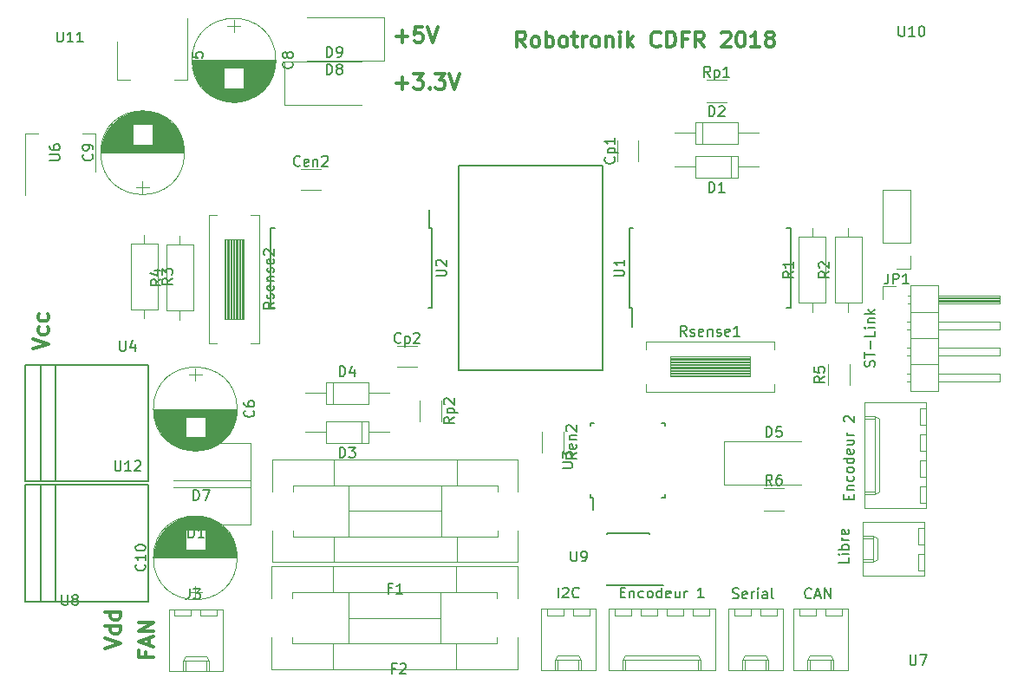
<source format=gto>
G04 #@! TF.FileFunction,Legend,Top*
%FSLAX46Y46*%
G04 Gerber Fmt 4.6, Leading zero omitted, Abs format (unit mm)*
G04 Created by KiCad (PCBNEW 4.0.2+dfsg1-stable) date ven. 05 janv. 2018 23:27:10 CET*
%MOMM*%
G01*
G04 APERTURE LIST*
%ADD10C,0.100000*%
%ADD11C,0.300000*%
%ADD12C,0.200000*%
%ADD13C,0.120000*%
%ADD14C,0.150000*%
G04 APERTURE END LIST*
D10*
D11*
X61468571Y-147117143D02*
X62968571Y-146617143D01*
X61468571Y-146117143D01*
X62968571Y-144974286D02*
X61468571Y-144974286D01*
X62897143Y-144974286D02*
X62968571Y-145117143D01*
X62968571Y-145402857D01*
X62897143Y-145545715D01*
X62825714Y-145617143D01*
X62682857Y-145688572D01*
X62254286Y-145688572D01*
X62111429Y-145617143D01*
X62040000Y-145545715D01*
X61968571Y-145402857D01*
X61968571Y-145117143D01*
X62040000Y-144974286D01*
X62968571Y-143617143D02*
X61468571Y-143617143D01*
X62897143Y-143617143D02*
X62968571Y-143760000D01*
X62968571Y-144045714D01*
X62897143Y-144188572D01*
X62825714Y-144260000D01*
X62682857Y-144331429D01*
X62254286Y-144331429D01*
X62111429Y-144260000D01*
X62040000Y-144188572D01*
X61968571Y-144045714D01*
X61968571Y-143760000D01*
X62040000Y-143617143D01*
X54408571Y-117885714D02*
X55908571Y-117385714D01*
X54408571Y-116885714D01*
X55837143Y-115742857D02*
X55908571Y-115885714D01*
X55908571Y-116171428D01*
X55837143Y-116314286D01*
X55765714Y-116385714D01*
X55622857Y-116457143D01*
X55194286Y-116457143D01*
X55051429Y-116385714D01*
X54980000Y-116314286D01*
X54908571Y-116171428D01*
X54908571Y-115885714D01*
X54980000Y-115742857D01*
X55837143Y-114457143D02*
X55908571Y-114600000D01*
X55908571Y-114885714D01*
X55837143Y-115028572D01*
X55765714Y-115100000D01*
X55622857Y-115171429D01*
X55194286Y-115171429D01*
X55051429Y-115100000D01*
X54980000Y-115028572D01*
X54908571Y-114885714D01*
X54908571Y-114600000D01*
X54980000Y-114457143D01*
X65424857Y-147518285D02*
X65424857Y-148018285D01*
X66210571Y-148018285D02*
X64710571Y-148018285D01*
X64710571Y-147303999D01*
X65782000Y-146804000D02*
X65782000Y-146089714D01*
X66210571Y-146946857D02*
X64710571Y-146446857D01*
X66210571Y-145946857D01*
X66210571Y-145446857D02*
X64710571Y-145446857D01*
X66210571Y-144589714D01*
X64710571Y-144589714D01*
X89862401Y-91953543D02*
X91005258Y-91953543D01*
X90433829Y-92524971D02*
X90433829Y-91382114D01*
X91576687Y-91024971D02*
X92505258Y-91024971D01*
X92005258Y-91596400D01*
X92219544Y-91596400D01*
X92362401Y-91667829D01*
X92433830Y-91739257D01*
X92505258Y-91882114D01*
X92505258Y-92239257D01*
X92433830Y-92382114D01*
X92362401Y-92453543D01*
X92219544Y-92524971D01*
X91790972Y-92524971D01*
X91648115Y-92453543D01*
X91576687Y-92382114D01*
X93148115Y-92382114D02*
X93219543Y-92453543D01*
X93148115Y-92524971D01*
X93076686Y-92453543D01*
X93148115Y-92382114D01*
X93148115Y-92524971D01*
X93719544Y-91024971D02*
X94648115Y-91024971D01*
X94148115Y-91596400D01*
X94362401Y-91596400D01*
X94505258Y-91667829D01*
X94576687Y-91739257D01*
X94648115Y-91882114D01*
X94648115Y-92239257D01*
X94576687Y-92382114D01*
X94505258Y-92453543D01*
X94362401Y-92524971D01*
X93933829Y-92524971D01*
X93790972Y-92453543D01*
X93719544Y-92382114D01*
X95076686Y-91024971D02*
X95576686Y-92524971D01*
X96076686Y-91024971D01*
X89867029Y-87381543D02*
X91009886Y-87381543D01*
X90438457Y-87952971D02*
X90438457Y-86810114D01*
X92438458Y-86452971D02*
X91724172Y-86452971D01*
X91652743Y-87167257D01*
X91724172Y-87095829D01*
X91867029Y-87024400D01*
X92224172Y-87024400D01*
X92367029Y-87095829D01*
X92438458Y-87167257D01*
X92509886Y-87310114D01*
X92509886Y-87667257D01*
X92438458Y-87810114D01*
X92367029Y-87881543D01*
X92224172Y-87952971D01*
X91867029Y-87952971D01*
X91724172Y-87881543D01*
X91652743Y-87810114D01*
X92938457Y-86452971D02*
X93438457Y-87952971D01*
X93938457Y-86452971D01*
X102519830Y-88410171D02*
X102019830Y-87695886D01*
X101662687Y-88410171D02*
X101662687Y-86910171D01*
X102234115Y-86910171D01*
X102376973Y-86981600D01*
X102448401Y-87053029D01*
X102519830Y-87195886D01*
X102519830Y-87410171D01*
X102448401Y-87553029D01*
X102376973Y-87624457D01*
X102234115Y-87695886D01*
X101662687Y-87695886D01*
X103376973Y-88410171D02*
X103234115Y-88338743D01*
X103162687Y-88267314D01*
X103091258Y-88124457D01*
X103091258Y-87695886D01*
X103162687Y-87553029D01*
X103234115Y-87481600D01*
X103376973Y-87410171D01*
X103591258Y-87410171D01*
X103734115Y-87481600D01*
X103805544Y-87553029D01*
X103876973Y-87695886D01*
X103876973Y-88124457D01*
X103805544Y-88267314D01*
X103734115Y-88338743D01*
X103591258Y-88410171D01*
X103376973Y-88410171D01*
X104519830Y-88410171D02*
X104519830Y-86910171D01*
X104519830Y-87481600D02*
X104662687Y-87410171D01*
X104948401Y-87410171D01*
X105091258Y-87481600D01*
X105162687Y-87553029D01*
X105234116Y-87695886D01*
X105234116Y-88124457D01*
X105162687Y-88267314D01*
X105091258Y-88338743D01*
X104948401Y-88410171D01*
X104662687Y-88410171D01*
X104519830Y-88338743D01*
X106091259Y-88410171D02*
X105948401Y-88338743D01*
X105876973Y-88267314D01*
X105805544Y-88124457D01*
X105805544Y-87695886D01*
X105876973Y-87553029D01*
X105948401Y-87481600D01*
X106091259Y-87410171D01*
X106305544Y-87410171D01*
X106448401Y-87481600D01*
X106519830Y-87553029D01*
X106591259Y-87695886D01*
X106591259Y-88124457D01*
X106519830Y-88267314D01*
X106448401Y-88338743D01*
X106305544Y-88410171D01*
X106091259Y-88410171D01*
X107019830Y-87410171D02*
X107591259Y-87410171D01*
X107234116Y-86910171D02*
X107234116Y-88195886D01*
X107305544Y-88338743D01*
X107448402Y-88410171D01*
X107591259Y-88410171D01*
X108091259Y-88410171D02*
X108091259Y-87410171D01*
X108091259Y-87695886D02*
X108162687Y-87553029D01*
X108234116Y-87481600D01*
X108376973Y-87410171D01*
X108519830Y-87410171D01*
X109234116Y-88410171D02*
X109091258Y-88338743D01*
X109019830Y-88267314D01*
X108948401Y-88124457D01*
X108948401Y-87695886D01*
X109019830Y-87553029D01*
X109091258Y-87481600D01*
X109234116Y-87410171D01*
X109448401Y-87410171D01*
X109591258Y-87481600D01*
X109662687Y-87553029D01*
X109734116Y-87695886D01*
X109734116Y-88124457D01*
X109662687Y-88267314D01*
X109591258Y-88338743D01*
X109448401Y-88410171D01*
X109234116Y-88410171D01*
X110376973Y-87410171D02*
X110376973Y-88410171D01*
X110376973Y-87553029D02*
X110448401Y-87481600D01*
X110591259Y-87410171D01*
X110805544Y-87410171D01*
X110948401Y-87481600D01*
X111019830Y-87624457D01*
X111019830Y-88410171D01*
X111734116Y-88410171D02*
X111734116Y-87410171D01*
X111734116Y-86910171D02*
X111662687Y-86981600D01*
X111734116Y-87053029D01*
X111805544Y-86981600D01*
X111734116Y-86910171D01*
X111734116Y-87053029D01*
X112448402Y-88410171D02*
X112448402Y-86910171D01*
X112591259Y-87838743D02*
X113019830Y-88410171D01*
X113019830Y-87410171D02*
X112448402Y-87981600D01*
X115662688Y-88267314D02*
X115591259Y-88338743D01*
X115376973Y-88410171D01*
X115234116Y-88410171D01*
X115019831Y-88338743D01*
X114876973Y-88195886D01*
X114805545Y-88053029D01*
X114734116Y-87767314D01*
X114734116Y-87553029D01*
X114805545Y-87267314D01*
X114876973Y-87124457D01*
X115019831Y-86981600D01*
X115234116Y-86910171D01*
X115376973Y-86910171D01*
X115591259Y-86981600D01*
X115662688Y-87053029D01*
X116305545Y-88410171D02*
X116305545Y-86910171D01*
X116662688Y-86910171D01*
X116876973Y-86981600D01*
X117019831Y-87124457D01*
X117091259Y-87267314D01*
X117162688Y-87553029D01*
X117162688Y-87767314D01*
X117091259Y-88053029D01*
X117019831Y-88195886D01*
X116876973Y-88338743D01*
X116662688Y-88410171D01*
X116305545Y-88410171D01*
X118305545Y-87624457D02*
X117805545Y-87624457D01*
X117805545Y-88410171D02*
X117805545Y-86910171D01*
X118519831Y-86910171D01*
X119948402Y-88410171D02*
X119448402Y-87695886D01*
X119091259Y-88410171D02*
X119091259Y-86910171D01*
X119662687Y-86910171D01*
X119805545Y-86981600D01*
X119876973Y-87053029D01*
X119948402Y-87195886D01*
X119948402Y-87410171D01*
X119876973Y-87553029D01*
X119805545Y-87624457D01*
X119662687Y-87695886D01*
X119091259Y-87695886D01*
X121662687Y-87053029D02*
X121734116Y-86981600D01*
X121876973Y-86910171D01*
X122234116Y-86910171D01*
X122376973Y-86981600D01*
X122448402Y-87053029D01*
X122519830Y-87195886D01*
X122519830Y-87338743D01*
X122448402Y-87553029D01*
X121591259Y-88410171D01*
X122519830Y-88410171D01*
X123448401Y-86910171D02*
X123591258Y-86910171D01*
X123734115Y-86981600D01*
X123805544Y-87053029D01*
X123876973Y-87195886D01*
X123948401Y-87481600D01*
X123948401Y-87838743D01*
X123876973Y-88124457D01*
X123805544Y-88267314D01*
X123734115Y-88338743D01*
X123591258Y-88410171D01*
X123448401Y-88410171D01*
X123305544Y-88338743D01*
X123234115Y-88267314D01*
X123162687Y-88124457D01*
X123091258Y-87838743D01*
X123091258Y-87481600D01*
X123162687Y-87195886D01*
X123234115Y-87053029D01*
X123305544Y-86981600D01*
X123448401Y-86910171D01*
X125376972Y-88410171D02*
X124519829Y-88410171D01*
X124948401Y-88410171D02*
X124948401Y-86910171D01*
X124805544Y-87124457D01*
X124662686Y-87267314D01*
X124519829Y-87338743D01*
X126234115Y-87553029D02*
X126091257Y-87481600D01*
X126019829Y-87410171D01*
X125948400Y-87267314D01*
X125948400Y-87195886D01*
X126019829Y-87053029D01*
X126091257Y-86981600D01*
X126234115Y-86910171D01*
X126519829Y-86910171D01*
X126662686Y-86981600D01*
X126734115Y-87053029D01*
X126805543Y-87195886D01*
X126805543Y-87267314D01*
X126734115Y-87410171D01*
X126662686Y-87481600D01*
X126519829Y-87553029D01*
X126234115Y-87553029D01*
X126091257Y-87624457D01*
X126019829Y-87695886D01*
X125948400Y-87838743D01*
X125948400Y-88124457D01*
X126019829Y-88267314D01*
X126091257Y-88338743D01*
X126234115Y-88410171D01*
X126519829Y-88410171D01*
X126662686Y-88338743D01*
X126734115Y-88267314D01*
X126805543Y-88124457D01*
X126805543Y-87838743D01*
X126734115Y-87695886D01*
X126662686Y-87624457D01*
X126519829Y-87553029D01*
D12*
X110000000Y-100000000D02*
X110000000Y-120000000D01*
X96000000Y-100000000D02*
X110000000Y-100000000D01*
X96000000Y-120000000D02*
X96000000Y-100000000D01*
X110000000Y-120000000D02*
X96000000Y-120000000D01*
D13*
X129190000Y-113380000D02*
X131810000Y-113380000D01*
X131810000Y-113380000D02*
X131810000Y-106960000D01*
X131810000Y-106960000D02*
X129190000Y-106960000D01*
X129190000Y-106960000D02*
X129190000Y-113380000D01*
X130500000Y-114270000D02*
X130500000Y-113380000D01*
X130500000Y-106070000D02*
X130500000Y-106960000D01*
X110644000Y-143284000D02*
X110644000Y-149284000D01*
X110644000Y-149284000D02*
X121004000Y-149284000D01*
X121004000Y-149284000D02*
X121004000Y-143284000D01*
X121004000Y-143284000D02*
X110644000Y-143284000D01*
X112014000Y-149284000D02*
X112014000Y-148284000D01*
X112014000Y-148284000D02*
X119634000Y-148284000D01*
X119634000Y-148284000D02*
X119634000Y-149284000D01*
X112014000Y-148284000D02*
X112264000Y-147854000D01*
X112264000Y-147854000D02*
X119384000Y-147854000D01*
X119384000Y-147854000D02*
X119634000Y-148284000D01*
X112264000Y-149284000D02*
X112264000Y-148284000D01*
X119384000Y-149284000D02*
X119384000Y-148284000D01*
X111214000Y-143284000D02*
X111214000Y-143904000D01*
X111214000Y-143904000D02*
X112814000Y-143904000D01*
X112814000Y-143904000D02*
X112814000Y-143284000D01*
X113754000Y-143284000D02*
X113754000Y-143904000D01*
X113754000Y-143904000D02*
X115354000Y-143904000D01*
X115354000Y-143904000D02*
X115354000Y-143284000D01*
X116294000Y-143284000D02*
X116294000Y-143904000D01*
X116294000Y-143904000D02*
X117894000Y-143904000D01*
X117894000Y-143904000D02*
X117894000Y-143284000D01*
X118834000Y-143284000D02*
X118834000Y-143904000D01*
X118834000Y-143904000D02*
X120434000Y-143904000D01*
X120434000Y-143904000D02*
X120434000Y-143284000D01*
D14*
X112625000Y-113875000D02*
X112900000Y-113875000D01*
X112625000Y-106125000D02*
X112990000Y-106125000D01*
X128375000Y-106125000D02*
X128010000Y-106125000D01*
X128375000Y-113875000D02*
X128010000Y-113875000D01*
X112625000Y-113875000D02*
X112625000Y-106125000D01*
X128375000Y-113875000D02*
X128375000Y-106125000D01*
X112900000Y-113875000D02*
X112900000Y-115700000D01*
D13*
X74346400Y-123752800D02*
G75*
G03X74346400Y-123752800I-4090000J0D01*
G01*
X74306400Y-123752800D02*
X66206400Y-123752800D01*
X74306400Y-123792800D02*
X66206400Y-123792800D01*
X74306400Y-123832800D02*
X66206400Y-123832800D01*
X74305400Y-123872800D02*
X66207400Y-123872800D01*
X74303400Y-123912800D02*
X66209400Y-123912800D01*
X74302400Y-123952800D02*
X66210400Y-123952800D01*
X74299400Y-123992800D02*
X66213400Y-123992800D01*
X74297400Y-124032800D02*
X66215400Y-124032800D01*
X74294400Y-124072800D02*
X66218400Y-124072800D01*
X74291400Y-124112800D02*
X66221400Y-124112800D01*
X74287400Y-124152800D02*
X66225400Y-124152800D01*
X74283400Y-124192800D02*
X66229400Y-124192800D01*
X74278400Y-124232800D02*
X66234400Y-124232800D01*
X74273400Y-124272800D02*
X66239400Y-124272800D01*
X74268400Y-124312800D02*
X66244400Y-124312800D01*
X74262400Y-124352800D02*
X66250400Y-124352800D01*
X74256400Y-124392800D02*
X66256400Y-124392800D01*
X74250400Y-124432800D02*
X66262400Y-124432800D01*
X74243400Y-124473800D02*
X66269400Y-124473800D01*
X74235400Y-124513800D02*
X66277400Y-124513800D01*
X74227400Y-124553800D02*
X71236400Y-124553800D01*
X69276400Y-124553800D02*
X66285400Y-124553800D01*
X74219400Y-124593800D02*
X71236400Y-124593800D01*
X69276400Y-124593800D02*
X66293400Y-124593800D01*
X74211400Y-124633800D02*
X71236400Y-124633800D01*
X69276400Y-124633800D02*
X66301400Y-124633800D01*
X74202400Y-124673800D02*
X71236400Y-124673800D01*
X69276400Y-124673800D02*
X66310400Y-124673800D01*
X74192400Y-124713800D02*
X71236400Y-124713800D01*
X69276400Y-124713800D02*
X66320400Y-124713800D01*
X74182400Y-124753800D02*
X71236400Y-124753800D01*
X69276400Y-124753800D02*
X66330400Y-124753800D01*
X74172400Y-124793800D02*
X71236400Y-124793800D01*
X69276400Y-124793800D02*
X66340400Y-124793800D01*
X74161400Y-124833800D02*
X71236400Y-124833800D01*
X69276400Y-124833800D02*
X66351400Y-124833800D01*
X74150400Y-124873800D02*
X71236400Y-124873800D01*
X69276400Y-124873800D02*
X66362400Y-124873800D01*
X74139400Y-124913800D02*
X71236400Y-124913800D01*
X69276400Y-124913800D02*
X66373400Y-124913800D01*
X74126400Y-124953800D02*
X71236400Y-124953800D01*
X69276400Y-124953800D02*
X66386400Y-124953800D01*
X74114400Y-124993800D02*
X71236400Y-124993800D01*
X69276400Y-124993800D02*
X66398400Y-124993800D01*
X74101400Y-125033800D02*
X71236400Y-125033800D01*
X69276400Y-125033800D02*
X66411400Y-125033800D01*
X74088400Y-125073800D02*
X71236400Y-125073800D01*
X69276400Y-125073800D02*
X66424400Y-125073800D01*
X74074400Y-125113800D02*
X71236400Y-125113800D01*
X69276400Y-125113800D02*
X66438400Y-125113800D01*
X74059400Y-125153800D02*
X71236400Y-125153800D01*
X69276400Y-125153800D02*
X66453400Y-125153800D01*
X74045400Y-125193800D02*
X71236400Y-125193800D01*
X69276400Y-125193800D02*
X66467400Y-125193800D01*
X74029400Y-125233800D02*
X71236400Y-125233800D01*
X69276400Y-125233800D02*
X66483400Y-125233800D01*
X74014400Y-125273800D02*
X71236400Y-125273800D01*
X69276400Y-125273800D02*
X66498400Y-125273800D01*
X73997400Y-125313800D02*
X71236400Y-125313800D01*
X69276400Y-125313800D02*
X66515400Y-125313800D01*
X73981400Y-125353800D02*
X71236400Y-125353800D01*
X69276400Y-125353800D02*
X66531400Y-125353800D01*
X73963400Y-125393800D02*
X71236400Y-125393800D01*
X69276400Y-125393800D02*
X66549400Y-125393800D01*
X73946400Y-125433800D02*
X71236400Y-125433800D01*
X69276400Y-125433800D02*
X66566400Y-125433800D01*
X73927400Y-125473800D02*
X71236400Y-125473800D01*
X69276400Y-125473800D02*
X66585400Y-125473800D01*
X73908400Y-125513800D02*
X71236400Y-125513800D01*
X69276400Y-125513800D02*
X66604400Y-125513800D01*
X73889400Y-125553800D02*
X71236400Y-125553800D01*
X69276400Y-125553800D02*
X66623400Y-125553800D01*
X73869400Y-125593800D02*
X71236400Y-125593800D01*
X69276400Y-125593800D02*
X66643400Y-125593800D01*
X73849400Y-125633800D02*
X71236400Y-125633800D01*
X69276400Y-125633800D02*
X66663400Y-125633800D01*
X73828400Y-125673800D02*
X71236400Y-125673800D01*
X69276400Y-125673800D02*
X66684400Y-125673800D01*
X73806400Y-125713800D02*
X71236400Y-125713800D01*
X69276400Y-125713800D02*
X66706400Y-125713800D01*
X73784400Y-125753800D02*
X71236400Y-125753800D01*
X69276400Y-125753800D02*
X66728400Y-125753800D01*
X73761400Y-125793800D02*
X71236400Y-125793800D01*
X69276400Y-125793800D02*
X66751400Y-125793800D01*
X73738400Y-125833800D02*
X71236400Y-125833800D01*
X69276400Y-125833800D02*
X66774400Y-125833800D01*
X73714400Y-125873800D02*
X71236400Y-125873800D01*
X69276400Y-125873800D02*
X66798400Y-125873800D01*
X73690400Y-125913800D02*
X71236400Y-125913800D01*
X69276400Y-125913800D02*
X66822400Y-125913800D01*
X73664400Y-125953800D02*
X71236400Y-125953800D01*
X69276400Y-125953800D02*
X66848400Y-125953800D01*
X73639400Y-125993800D02*
X71236400Y-125993800D01*
X69276400Y-125993800D02*
X66873400Y-125993800D01*
X73612400Y-126033800D02*
X71236400Y-126033800D01*
X69276400Y-126033800D02*
X66900400Y-126033800D01*
X73585400Y-126073800D02*
X71236400Y-126073800D01*
X69276400Y-126073800D02*
X66927400Y-126073800D01*
X73557400Y-126113800D02*
X71236400Y-126113800D01*
X69276400Y-126113800D02*
X66955400Y-126113800D01*
X73528400Y-126153800D02*
X71236400Y-126153800D01*
X69276400Y-126153800D02*
X66984400Y-126153800D01*
X73499400Y-126193800D02*
X71236400Y-126193800D01*
X69276400Y-126193800D02*
X67013400Y-126193800D01*
X73469400Y-126233800D02*
X71236400Y-126233800D01*
X69276400Y-126233800D02*
X67043400Y-126233800D01*
X73438400Y-126273800D02*
X71236400Y-126273800D01*
X69276400Y-126273800D02*
X67074400Y-126273800D01*
X73406400Y-126313800D02*
X71236400Y-126313800D01*
X69276400Y-126313800D02*
X67106400Y-126313800D01*
X73374400Y-126353800D02*
X71236400Y-126353800D01*
X69276400Y-126353800D02*
X67138400Y-126353800D01*
X73340400Y-126393800D02*
X71236400Y-126393800D01*
X69276400Y-126393800D02*
X67172400Y-126393800D01*
X73306400Y-126433800D02*
X71236400Y-126433800D01*
X69276400Y-126433800D02*
X67206400Y-126433800D01*
X73271400Y-126473800D02*
X71236400Y-126473800D01*
X69276400Y-126473800D02*
X67241400Y-126473800D01*
X73235400Y-126513800D02*
X67277400Y-126513800D01*
X73198400Y-126553800D02*
X67314400Y-126553800D01*
X73160400Y-126593800D02*
X67352400Y-126593800D01*
X73121400Y-126633800D02*
X67391400Y-126633800D01*
X73080400Y-126673800D02*
X67432400Y-126673800D01*
X73039400Y-126713800D02*
X67473400Y-126713800D01*
X72996400Y-126753800D02*
X67516400Y-126753800D01*
X72953400Y-126793800D02*
X67559400Y-126793800D01*
X72908400Y-126833800D02*
X67604400Y-126833800D01*
X72861400Y-126873800D02*
X67651400Y-126873800D01*
X72813400Y-126913800D02*
X67699400Y-126913800D01*
X72764400Y-126953800D02*
X67748400Y-126953800D01*
X72713400Y-126993800D02*
X67799400Y-126993800D01*
X72660400Y-127033800D02*
X67852400Y-127033800D01*
X72605400Y-127073800D02*
X67907400Y-127073800D01*
X72549400Y-127113800D02*
X67963400Y-127113800D01*
X72490400Y-127153800D02*
X68022400Y-127153800D01*
X72429400Y-127193800D02*
X68083400Y-127193800D01*
X72365400Y-127233800D02*
X68147400Y-127233800D01*
X72299400Y-127273800D02*
X68213400Y-127273800D01*
X72230400Y-127313800D02*
X68282400Y-127313800D01*
X72158400Y-127353800D02*
X68354400Y-127353800D01*
X72082400Y-127393800D02*
X68430400Y-127393800D01*
X72001400Y-127433800D02*
X68511400Y-127433800D01*
X71916400Y-127473800D02*
X68596400Y-127473800D01*
X71826400Y-127513800D02*
X68686400Y-127513800D01*
X71729400Y-127553800D02*
X68783400Y-127553800D01*
X71625400Y-127593800D02*
X68887400Y-127593800D01*
X71510400Y-127633800D02*
X69002400Y-127633800D01*
X71383400Y-127673800D02*
X69129400Y-127673800D01*
X71239400Y-127713800D02*
X69273400Y-127713800D01*
X71070400Y-127753800D02*
X69442400Y-127753800D01*
X70854400Y-127793800D02*
X69658400Y-127793800D01*
X70502400Y-127833800D02*
X70010400Y-127833800D01*
X70256400Y-119802800D02*
X70256400Y-121002800D01*
X70906400Y-120402800D02*
X69606400Y-120402800D01*
X78117100Y-89699200D02*
G75*
G03X78117100Y-89699200I-4090000J0D01*
G01*
X78077100Y-89699200D02*
X69977100Y-89699200D01*
X78077100Y-89739200D02*
X69977100Y-89739200D01*
X78077100Y-89779200D02*
X69977100Y-89779200D01*
X78076100Y-89819200D02*
X69978100Y-89819200D01*
X78074100Y-89859200D02*
X69980100Y-89859200D01*
X78073100Y-89899200D02*
X69981100Y-89899200D01*
X78070100Y-89939200D02*
X69984100Y-89939200D01*
X78068100Y-89979200D02*
X69986100Y-89979200D01*
X78065100Y-90019200D02*
X69989100Y-90019200D01*
X78062100Y-90059200D02*
X69992100Y-90059200D01*
X78058100Y-90099200D02*
X69996100Y-90099200D01*
X78054100Y-90139200D02*
X70000100Y-90139200D01*
X78049100Y-90179200D02*
X70005100Y-90179200D01*
X78044100Y-90219200D02*
X70010100Y-90219200D01*
X78039100Y-90259200D02*
X70015100Y-90259200D01*
X78033100Y-90299200D02*
X70021100Y-90299200D01*
X78027100Y-90339200D02*
X70027100Y-90339200D01*
X78021100Y-90379200D02*
X70033100Y-90379200D01*
X78014100Y-90420200D02*
X70040100Y-90420200D01*
X78006100Y-90460200D02*
X70048100Y-90460200D01*
X77998100Y-90500200D02*
X75007100Y-90500200D01*
X73047100Y-90500200D02*
X70056100Y-90500200D01*
X77990100Y-90540200D02*
X75007100Y-90540200D01*
X73047100Y-90540200D02*
X70064100Y-90540200D01*
X77982100Y-90580200D02*
X75007100Y-90580200D01*
X73047100Y-90580200D02*
X70072100Y-90580200D01*
X77973100Y-90620200D02*
X75007100Y-90620200D01*
X73047100Y-90620200D02*
X70081100Y-90620200D01*
X77963100Y-90660200D02*
X75007100Y-90660200D01*
X73047100Y-90660200D02*
X70091100Y-90660200D01*
X77953100Y-90700200D02*
X75007100Y-90700200D01*
X73047100Y-90700200D02*
X70101100Y-90700200D01*
X77943100Y-90740200D02*
X75007100Y-90740200D01*
X73047100Y-90740200D02*
X70111100Y-90740200D01*
X77932100Y-90780200D02*
X75007100Y-90780200D01*
X73047100Y-90780200D02*
X70122100Y-90780200D01*
X77921100Y-90820200D02*
X75007100Y-90820200D01*
X73047100Y-90820200D02*
X70133100Y-90820200D01*
X77910100Y-90860200D02*
X75007100Y-90860200D01*
X73047100Y-90860200D02*
X70144100Y-90860200D01*
X77897100Y-90900200D02*
X75007100Y-90900200D01*
X73047100Y-90900200D02*
X70157100Y-90900200D01*
X77885100Y-90940200D02*
X75007100Y-90940200D01*
X73047100Y-90940200D02*
X70169100Y-90940200D01*
X77872100Y-90980200D02*
X75007100Y-90980200D01*
X73047100Y-90980200D02*
X70182100Y-90980200D01*
X77859100Y-91020200D02*
X75007100Y-91020200D01*
X73047100Y-91020200D02*
X70195100Y-91020200D01*
X77845100Y-91060200D02*
X75007100Y-91060200D01*
X73047100Y-91060200D02*
X70209100Y-91060200D01*
X77830100Y-91100200D02*
X75007100Y-91100200D01*
X73047100Y-91100200D02*
X70224100Y-91100200D01*
X77816100Y-91140200D02*
X75007100Y-91140200D01*
X73047100Y-91140200D02*
X70238100Y-91140200D01*
X77800100Y-91180200D02*
X75007100Y-91180200D01*
X73047100Y-91180200D02*
X70254100Y-91180200D01*
X77785100Y-91220200D02*
X75007100Y-91220200D01*
X73047100Y-91220200D02*
X70269100Y-91220200D01*
X77768100Y-91260200D02*
X75007100Y-91260200D01*
X73047100Y-91260200D02*
X70286100Y-91260200D01*
X77752100Y-91300200D02*
X75007100Y-91300200D01*
X73047100Y-91300200D02*
X70302100Y-91300200D01*
X77734100Y-91340200D02*
X75007100Y-91340200D01*
X73047100Y-91340200D02*
X70320100Y-91340200D01*
X77717100Y-91380200D02*
X75007100Y-91380200D01*
X73047100Y-91380200D02*
X70337100Y-91380200D01*
X77698100Y-91420200D02*
X75007100Y-91420200D01*
X73047100Y-91420200D02*
X70356100Y-91420200D01*
X77679100Y-91460200D02*
X75007100Y-91460200D01*
X73047100Y-91460200D02*
X70375100Y-91460200D01*
X77660100Y-91500200D02*
X75007100Y-91500200D01*
X73047100Y-91500200D02*
X70394100Y-91500200D01*
X77640100Y-91540200D02*
X75007100Y-91540200D01*
X73047100Y-91540200D02*
X70414100Y-91540200D01*
X77620100Y-91580200D02*
X75007100Y-91580200D01*
X73047100Y-91580200D02*
X70434100Y-91580200D01*
X77599100Y-91620200D02*
X75007100Y-91620200D01*
X73047100Y-91620200D02*
X70455100Y-91620200D01*
X77577100Y-91660200D02*
X75007100Y-91660200D01*
X73047100Y-91660200D02*
X70477100Y-91660200D01*
X77555100Y-91700200D02*
X75007100Y-91700200D01*
X73047100Y-91700200D02*
X70499100Y-91700200D01*
X77532100Y-91740200D02*
X75007100Y-91740200D01*
X73047100Y-91740200D02*
X70522100Y-91740200D01*
X77509100Y-91780200D02*
X75007100Y-91780200D01*
X73047100Y-91780200D02*
X70545100Y-91780200D01*
X77485100Y-91820200D02*
X75007100Y-91820200D01*
X73047100Y-91820200D02*
X70569100Y-91820200D01*
X77461100Y-91860200D02*
X75007100Y-91860200D01*
X73047100Y-91860200D02*
X70593100Y-91860200D01*
X77435100Y-91900200D02*
X75007100Y-91900200D01*
X73047100Y-91900200D02*
X70619100Y-91900200D01*
X77410100Y-91940200D02*
X75007100Y-91940200D01*
X73047100Y-91940200D02*
X70644100Y-91940200D01*
X77383100Y-91980200D02*
X75007100Y-91980200D01*
X73047100Y-91980200D02*
X70671100Y-91980200D01*
X77356100Y-92020200D02*
X75007100Y-92020200D01*
X73047100Y-92020200D02*
X70698100Y-92020200D01*
X77328100Y-92060200D02*
X75007100Y-92060200D01*
X73047100Y-92060200D02*
X70726100Y-92060200D01*
X77299100Y-92100200D02*
X75007100Y-92100200D01*
X73047100Y-92100200D02*
X70755100Y-92100200D01*
X77270100Y-92140200D02*
X75007100Y-92140200D01*
X73047100Y-92140200D02*
X70784100Y-92140200D01*
X77240100Y-92180200D02*
X75007100Y-92180200D01*
X73047100Y-92180200D02*
X70814100Y-92180200D01*
X77209100Y-92220200D02*
X75007100Y-92220200D01*
X73047100Y-92220200D02*
X70845100Y-92220200D01*
X77177100Y-92260200D02*
X75007100Y-92260200D01*
X73047100Y-92260200D02*
X70877100Y-92260200D01*
X77145100Y-92300200D02*
X75007100Y-92300200D01*
X73047100Y-92300200D02*
X70909100Y-92300200D01*
X77111100Y-92340200D02*
X75007100Y-92340200D01*
X73047100Y-92340200D02*
X70943100Y-92340200D01*
X77077100Y-92380200D02*
X75007100Y-92380200D01*
X73047100Y-92380200D02*
X70977100Y-92380200D01*
X77042100Y-92420200D02*
X75007100Y-92420200D01*
X73047100Y-92420200D02*
X71012100Y-92420200D01*
X77006100Y-92460200D02*
X71048100Y-92460200D01*
X76969100Y-92500200D02*
X71085100Y-92500200D01*
X76931100Y-92540200D02*
X71123100Y-92540200D01*
X76892100Y-92580200D02*
X71162100Y-92580200D01*
X76851100Y-92620200D02*
X71203100Y-92620200D01*
X76810100Y-92660200D02*
X71244100Y-92660200D01*
X76767100Y-92700200D02*
X71287100Y-92700200D01*
X76724100Y-92740200D02*
X71330100Y-92740200D01*
X76679100Y-92780200D02*
X71375100Y-92780200D01*
X76632100Y-92820200D02*
X71422100Y-92820200D01*
X76584100Y-92860200D02*
X71470100Y-92860200D01*
X76535100Y-92900200D02*
X71519100Y-92900200D01*
X76484100Y-92940200D02*
X71570100Y-92940200D01*
X76431100Y-92980200D02*
X71623100Y-92980200D01*
X76376100Y-93020200D02*
X71678100Y-93020200D01*
X76320100Y-93060200D02*
X71734100Y-93060200D01*
X76261100Y-93100200D02*
X71793100Y-93100200D01*
X76200100Y-93140200D02*
X71854100Y-93140200D01*
X76136100Y-93180200D02*
X71918100Y-93180200D01*
X76070100Y-93220200D02*
X71984100Y-93220200D01*
X76001100Y-93260200D02*
X72053100Y-93260200D01*
X75929100Y-93300200D02*
X72125100Y-93300200D01*
X75853100Y-93340200D02*
X72201100Y-93340200D01*
X75772100Y-93380200D02*
X72282100Y-93380200D01*
X75687100Y-93420200D02*
X72367100Y-93420200D01*
X75597100Y-93460200D02*
X72457100Y-93460200D01*
X75500100Y-93500200D02*
X72554100Y-93500200D01*
X75396100Y-93540200D02*
X72658100Y-93540200D01*
X75281100Y-93580200D02*
X72773100Y-93580200D01*
X75154100Y-93620200D02*
X72900100Y-93620200D01*
X75010100Y-93660200D02*
X73044100Y-93660200D01*
X74841100Y-93700200D02*
X73213100Y-93700200D01*
X74625100Y-93740200D02*
X73429100Y-93740200D01*
X74273100Y-93780200D02*
X73781100Y-93780200D01*
X74027100Y-85749200D02*
X74027100Y-86949200D01*
X74677100Y-86349200D02*
X73377100Y-86349200D01*
X69203700Y-98722600D02*
G75*
G03X69203700Y-98722600I-4090000J0D01*
G01*
X61063700Y-98722600D02*
X69163700Y-98722600D01*
X61063700Y-98682600D02*
X69163700Y-98682600D01*
X61063700Y-98642600D02*
X69163700Y-98642600D01*
X61064700Y-98602600D02*
X69162700Y-98602600D01*
X61066700Y-98562600D02*
X69160700Y-98562600D01*
X61067700Y-98522600D02*
X69159700Y-98522600D01*
X61070700Y-98482600D02*
X69156700Y-98482600D01*
X61072700Y-98442600D02*
X69154700Y-98442600D01*
X61075700Y-98402600D02*
X69151700Y-98402600D01*
X61078700Y-98362600D02*
X69148700Y-98362600D01*
X61082700Y-98322600D02*
X69144700Y-98322600D01*
X61086700Y-98282600D02*
X69140700Y-98282600D01*
X61091700Y-98242600D02*
X69135700Y-98242600D01*
X61096700Y-98202600D02*
X69130700Y-98202600D01*
X61101700Y-98162600D02*
X69125700Y-98162600D01*
X61107700Y-98122600D02*
X69119700Y-98122600D01*
X61113700Y-98082600D02*
X69113700Y-98082600D01*
X61119700Y-98042600D02*
X69107700Y-98042600D01*
X61126700Y-98001600D02*
X69100700Y-98001600D01*
X61134700Y-97961600D02*
X69092700Y-97961600D01*
X61142700Y-97921600D02*
X64133700Y-97921600D01*
X66093700Y-97921600D02*
X69084700Y-97921600D01*
X61150700Y-97881600D02*
X64133700Y-97881600D01*
X66093700Y-97881600D02*
X69076700Y-97881600D01*
X61158700Y-97841600D02*
X64133700Y-97841600D01*
X66093700Y-97841600D02*
X69068700Y-97841600D01*
X61167700Y-97801600D02*
X64133700Y-97801600D01*
X66093700Y-97801600D02*
X69059700Y-97801600D01*
X61177700Y-97761600D02*
X64133700Y-97761600D01*
X66093700Y-97761600D02*
X69049700Y-97761600D01*
X61187700Y-97721600D02*
X64133700Y-97721600D01*
X66093700Y-97721600D02*
X69039700Y-97721600D01*
X61197700Y-97681600D02*
X64133700Y-97681600D01*
X66093700Y-97681600D02*
X69029700Y-97681600D01*
X61208700Y-97641600D02*
X64133700Y-97641600D01*
X66093700Y-97641600D02*
X69018700Y-97641600D01*
X61219700Y-97601600D02*
X64133700Y-97601600D01*
X66093700Y-97601600D02*
X69007700Y-97601600D01*
X61230700Y-97561600D02*
X64133700Y-97561600D01*
X66093700Y-97561600D02*
X68996700Y-97561600D01*
X61243700Y-97521600D02*
X64133700Y-97521600D01*
X66093700Y-97521600D02*
X68983700Y-97521600D01*
X61255700Y-97481600D02*
X64133700Y-97481600D01*
X66093700Y-97481600D02*
X68971700Y-97481600D01*
X61268700Y-97441600D02*
X64133700Y-97441600D01*
X66093700Y-97441600D02*
X68958700Y-97441600D01*
X61281700Y-97401600D02*
X64133700Y-97401600D01*
X66093700Y-97401600D02*
X68945700Y-97401600D01*
X61295700Y-97361600D02*
X64133700Y-97361600D01*
X66093700Y-97361600D02*
X68931700Y-97361600D01*
X61310700Y-97321600D02*
X64133700Y-97321600D01*
X66093700Y-97321600D02*
X68916700Y-97321600D01*
X61324700Y-97281600D02*
X64133700Y-97281600D01*
X66093700Y-97281600D02*
X68902700Y-97281600D01*
X61340700Y-97241600D02*
X64133700Y-97241600D01*
X66093700Y-97241600D02*
X68886700Y-97241600D01*
X61355700Y-97201600D02*
X64133700Y-97201600D01*
X66093700Y-97201600D02*
X68871700Y-97201600D01*
X61372700Y-97161600D02*
X64133700Y-97161600D01*
X66093700Y-97161600D02*
X68854700Y-97161600D01*
X61388700Y-97121600D02*
X64133700Y-97121600D01*
X66093700Y-97121600D02*
X68838700Y-97121600D01*
X61406700Y-97081600D02*
X64133700Y-97081600D01*
X66093700Y-97081600D02*
X68820700Y-97081600D01*
X61423700Y-97041600D02*
X64133700Y-97041600D01*
X66093700Y-97041600D02*
X68803700Y-97041600D01*
X61442700Y-97001600D02*
X64133700Y-97001600D01*
X66093700Y-97001600D02*
X68784700Y-97001600D01*
X61461700Y-96961600D02*
X64133700Y-96961600D01*
X66093700Y-96961600D02*
X68765700Y-96961600D01*
X61480700Y-96921600D02*
X64133700Y-96921600D01*
X66093700Y-96921600D02*
X68746700Y-96921600D01*
X61500700Y-96881600D02*
X64133700Y-96881600D01*
X66093700Y-96881600D02*
X68726700Y-96881600D01*
X61520700Y-96841600D02*
X64133700Y-96841600D01*
X66093700Y-96841600D02*
X68706700Y-96841600D01*
X61541700Y-96801600D02*
X64133700Y-96801600D01*
X66093700Y-96801600D02*
X68685700Y-96801600D01*
X61563700Y-96761600D02*
X64133700Y-96761600D01*
X66093700Y-96761600D02*
X68663700Y-96761600D01*
X61585700Y-96721600D02*
X64133700Y-96721600D01*
X66093700Y-96721600D02*
X68641700Y-96721600D01*
X61608700Y-96681600D02*
X64133700Y-96681600D01*
X66093700Y-96681600D02*
X68618700Y-96681600D01*
X61631700Y-96641600D02*
X64133700Y-96641600D01*
X66093700Y-96641600D02*
X68595700Y-96641600D01*
X61655700Y-96601600D02*
X64133700Y-96601600D01*
X66093700Y-96601600D02*
X68571700Y-96601600D01*
X61679700Y-96561600D02*
X64133700Y-96561600D01*
X66093700Y-96561600D02*
X68547700Y-96561600D01*
X61705700Y-96521600D02*
X64133700Y-96521600D01*
X66093700Y-96521600D02*
X68521700Y-96521600D01*
X61730700Y-96481600D02*
X64133700Y-96481600D01*
X66093700Y-96481600D02*
X68496700Y-96481600D01*
X61757700Y-96441600D02*
X64133700Y-96441600D01*
X66093700Y-96441600D02*
X68469700Y-96441600D01*
X61784700Y-96401600D02*
X64133700Y-96401600D01*
X66093700Y-96401600D02*
X68442700Y-96401600D01*
X61812700Y-96361600D02*
X64133700Y-96361600D01*
X66093700Y-96361600D02*
X68414700Y-96361600D01*
X61841700Y-96321600D02*
X64133700Y-96321600D01*
X66093700Y-96321600D02*
X68385700Y-96321600D01*
X61870700Y-96281600D02*
X64133700Y-96281600D01*
X66093700Y-96281600D02*
X68356700Y-96281600D01*
X61900700Y-96241600D02*
X64133700Y-96241600D01*
X66093700Y-96241600D02*
X68326700Y-96241600D01*
X61931700Y-96201600D02*
X64133700Y-96201600D01*
X66093700Y-96201600D02*
X68295700Y-96201600D01*
X61963700Y-96161600D02*
X64133700Y-96161600D01*
X66093700Y-96161600D02*
X68263700Y-96161600D01*
X61995700Y-96121600D02*
X64133700Y-96121600D01*
X66093700Y-96121600D02*
X68231700Y-96121600D01*
X62029700Y-96081600D02*
X64133700Y-96081600D01*
X66093700Y-96081600D02*
X68197700Y-96081600D01*
X62063700Y-96041600D02*
X64133700Y-96041600D01*
X66093700Y-96041600D02*
X68163700Y-96041600D01*
X62098700Y-96001600D02*
X64133700Y-96001600D01*
X66093700Y-96001600D02*
X68128700Y-96001600D01*
X62134700Y-95961600D02*
X68092700Y-95961600D01*
X62171700Y-95921600D02*
X68055700Y-95921600D01*
X62209700Y-95881600D02*
X68017700Y-95881600D01*
X62248700Y-95841600D02*
X67978700Y-95841600D01*
X62289700Y-95801600D02*
X67937700Y-95801600D01*
X62330700Y-95761600D02*
X67896700Y-95761600D01*
X62373700Y-95721600D02*
X67853700Y-95721600D01*
X62416700Y-95681600D02*
X67810700Y-95681600D01*
X62461700Y-95641600D02*
X67765700Y-95641600D01*
X62508700Y-95601600D02*
X67718700Y-95601600D01*
X62556700Y-95561600D02*
X67670700Y-95561600D01*
X62605700Y-95521600D02*
X67621700Y-95521600D01*
X62656700Y-95481600D02*
X67570700Y-95481600D01*
X62709700Y-95441600D02*
X67517700Y-95441600D01*
X62764700Y-95401600D02*
X67462700Y-95401600D01*
X62820700Y-95361600D02*
X67406700Y-95361600D01*
X62879700Y-95321600D02*
X67347700Y-95321600D01*
X62940700Y-95281600D02*
X67286700Y-95281600D01*
X63004700Y-95241600D02*
X67222700Y-95241600D01*
X63070700Y-95201600D02*
X67156700Y-95201600D01*
X63139700Y-95161600D02*
X67087700Y-95161600D01*
X63211700Y-95121600D02*
X67015700Y-95121600D01*
X63287700Y-95081600D02*
X66939700Y-95081600D01*
X63368700Y-95041600D02*
X66858700Y-95041600D01*
X63453700Y-95001600D02*
X66773700Y-95001600D01*
X63543700Y-94961600D02*
X66683700Y-94961600D01*
X63640700Y-94921600D02*
X66586700Y-94921600D01*
X63744700Y-94881600D02*
X66482700Y-94881600D01*
X63859700Y-94841600D02*
X66367700Y-94841600D01*
X63986700Y-94801600D02*
X66240700Y-94801600D01*
X64130700Y-94761600D02*
X66096700Y-94761600D01*
X64299700Y-94721600D02*
X65927700Y-94721600D01*
X64515700Y-94681600D02*
X65711700Y-94681600D01*
X64867700Y-94641600D02*
X65359700Y-94641600D01*
X65113700Y-102672600D02*
X65113700Y-101472600D01*
X64463700Y-102072600D02*
X65763700Y-102072600D01*
X82534000Y-100326000D02*
X80534000Y-100326000D01*
X80534000Y-102366000D02*
X82534000Y-102366000D01*
X121896000Y-126882000D02*
X121896000Y-131182000D01*
X121896000Y-131182000D02*
X129446000Y-131182000D01*
X121896000Y-126882000D02*
X129446000Y-126882000D01*
X75665200Y-131366400D02*
X75665200Y-127066400D01*
X75665200Y-127066400D02*
X68115200Y-127066400D01*
X75665200Y-131366400D02*
X68115200Y-131366400D01*
X88670000Y-89780000D02*
X88670000Y-85480000D01*
X88670000Y-85480000D02*
X81120000Y-85480000D01*
X88670000Y-89780000D02*
X81120000Y-89780000D01*
X78970000Y-89798000D02*
X78970000Y-94098000D01*
X78970000Y-94098000D02*
X86520000Y-94098000D01*
X78970000Y-89798000D02*
X86520000Y-89798000D01*
X95766000Y-136211000D02*
X95766000Y-138711000D01*
X95766000Y-128711000D02*
X95766000Y-131211000D01*
X83766000Y-128711000D02*
X83766000Y-131211000D01*
X83766000Y-138711000D02*
X83766000Y-136211000D01*
X94266000Y-133711000D02*
X85266000Y-133711000D01*
X94266000Y-136211000D02*
X94266000Y-131211000D01*
X85266000Y-136211000D02*
X85266000Y-131211000D01*
X79766000Y-135611000D02*
X79766000Y-136211000D01*
X99766000Y-131811000D02*
X99766000Y-131211000D01*
X99766000Y-131211000D02*
X79766000Y-131211000D01*
X79766000Y-131211000D02*
X79766000Y-131811000D01*
X79766000Y-136211000D02*
X99766000Y-136211000D01*
X99766000Y-136211000D02*
X99766000Y-135611000D01*
X77766000Y-135611000D02*
X77766000Y-138711000D01*
X101766000Y-131811000D02*
X101766000Y-128711000D01*
X101766000Y-128711000D02*
X77766000Y-128711000D01*
X77766000Y-128711000D02*
X77766000Y-131811000D01*
X77766000Y-138711000D02*
X101766000Y-138711000D01*
X101766000Y-138711000D02*
X101766000Y-135611000D01*
X122328000Y-143284000D02*
X122328000Y-149284000D01*
X122328000Y-149284000D02*
X127608000Y-149284000D01*
X127608000Y-149284000D02*
X127608000Y-143284000D01*
X127608000Y-143284000D02*
X122328000Y-143284000D01*
X123698000Y-149284000D02*
X123698000Y-148284000D01*
X123698000Y-148284000D02*
X126238000Y-148284000D01*
X126238000Y-148284000D02*
X126238000Y-149284000D01*
X123698000Y-148284000D02*
X123948000Y-147854000D01*
X123948000Y-147854000D02*
X125988000Y-147854000D01*
X125988000Y-147854000D02*
X126238000Y-148284000D01*
X123948000Y-149284000D02*
X123948000Y-148284000D01*
X125988000Y-149284000D02*
X125988000Y-148284000D01*
X122898000Y-143284000D02*
X122898000Y-143904000D01*
X122898000Y-143904000D02*
X124498000Y-143904000D01*
X124498000Y-143904000D02*
X124498000Y-143284000D01*
X125438000Y-143284000D02*
X125438000Y-143904000D01*
X125438000Y-143904000D02*
X127038000Y-143904000D01*
X127038000Y-143904000D02*
X127038000Y-143284000D01*
X67667200Y-143334800D02*
X67667200Y-149334800D01*
X67667200Y-149334800D02*
X72947200Y-149334800D01*
X72947200Y-149334800D02*
X72947200Y-143334800D01*
X72947200Y-143334800D02*
X67667200Y-143334800D01*
X69037200Y-149334800D02*
X69037200Y-148334800D01*
X69037200Y-148334800D02*
X71577200Y-148334800D01*
X71577200Y-148334800D02*
X71577200Y-149334800D01*
X69037200Y-148334800D02*
X69287200Y-147904800D01*
X69287200Y-147904800D02*
X71327200Y-147904800D01*
X71327200Y-147904800D02*
X71577200Y-148334800D01*
X69287200Y-149334800D02*
X69287200Y-148334800D01*
X71327200Y-149334800D02*
X71327200Y-148334800D01*
X68237200Y-143334800D02*
X68237200Y-143954800D01*
X68237200Y-143954800D02*
X69837200Y-143954800D01*
X69837200Y-143954800D02*
X69837200Y-143334800D01*
X70777200Y-143334800D02*
X70777200Y-143954800D01*
X70777200Y-143954800D02*
X72377200Y-143954800D01*
X72377200Y-143954800D02*
X72377200Y-143334800D01*
X140080000Y-102340000D02*
X137420000Y-102340000D01*
X140080000Y-107480000D02*
X140080000Y-102340000D01*
X137420000Y-107480000D02*
X137420000Y-102340000D01*
X140080000Y-107480000D02*
X137420000Y-107480000D01*
X140080000Y-108750000D02*
X140080000Y-110080000D01*
X140080000Y-110080000D02*
X138750000Y-110080000D01*
X104040000Y-143284000D02*
X104040000Y-149284000D01*
X104040000Y-149284000D02*
X109320000Y-149284000D01*
X109320000Y-149284000D02*
X109320000Y-143284000D01*
X109320000Y-143284000D02*
X104040000Y-143284000D01*
X105410000Y-149284000D02*
X105410000Y-148284000D01*
X105410000Y-148284000D02*
X107950000Y-148284000D01*
X107950000Y-148284000D02*
X107950000Y-149284000D01*
X105410000Y-148284000D02*
X105660000Y-147854000D01*
X105660000Y-147854000D02*
X107700000Y-147854000D01*
X107700000Y-147854000D02*
X107950000Y-148284000D01*
X105660000Y-149284000D02*
X105660000Y-148284000D01*
X107700000Y-149284000D02*
X107700000Y-148284000D01*
X104610000Y-143284000D02*
X104610000Y-143904000D01*
X104610000Y-143904000D02*
X106210000Y-143904000D01*
X106210000Y-143904000D02*
X106210000Y-143284000D01*
X107150000Y-143284000D02*
X107150000Y-143904000D01*
X107150000Y-143904000D02*
X108750000Y-143904000D01*
X108750000Y-143904000D02*
X108750000Y-143284000D01*
X141450000Y-134774000D02*
X135450000Y-134774000D01*
X135450000Y-134774000D02*
X135450000Y-140054000D01*
X135450000Y-140054000D02*
X141450000Y-140054000D01*
X141450000Y-140054000D02*
X141450000Y-134774000D01*
X135450000Y-136144000D02*
X136450000Y-136144000D01*
X136450000Y-136144000D02*
X136450000Y-138684000D01*
X136450000Y-138684000D02*
X135450000Y-138684000D01*
X136450000Y-136144000D02*
X136880000Y-136394000D01*
X136880000Y-136394000D02*
X136880000Y-138434000D01*
X136880000Y-138434000D02*
X136450000Y-138684000D01*
X135450000Y-136394000D02*
X136450000Y-136394000D01*
X135450000Y-138434000D02*
X136450000Y-138434000D01*
X141450000Y-135344000D02*
X140830000Y-135344000D01*
X140830000Y-135344000D02*
X140830000Y-136944000D01*
X140830000Y-136944000D02*
X141450000Y-136944000D01*
X141450000Y-137884000D02*
X140830000Y-137884000D01*
X140830000Y-137884000D02*
X140830000Y-139484000D01*
X140830000Y-139484000D02*
X141450000Y-139484000D01*
X128678000Y-143284000D02*
X128678000Y-149284000D01*
X128678000Y-149284000D02*
X133958000Y-149284000D01*
X133958000Y-149284000D02*
X133958000Y-143284000D01*
X133958000Y-143284000D02*
X128678000Y-143284000D01*
X130048000Y-149284000D02*
X130048000Y-148284000D01*
X130048000Y-148284000D02*
X132588000Y-148284000D01*
X132588000Y-148284000D02*
X132588000Y-149284000D01*
X130048000Y-148284000D02*
X130298000Y-147854000D01*
X130298000Y-147854000D02*
X132338000Y-147854000D01*
X132338000Y-147854000D02*
X132588000Y-148284000D01*
X130298000Y-149284000D02*
X130298000Y-148284000D01*
X132338000Y-149284000D02*
X132338000Y-148284000D01*
X129248000Y-143284000D02*
X129248000Y-143904000D01*
X129248000Y-143904000D02*
X130848000Y-143904000D01*
X130848000Y-143904000D02*
X130848000Y-143284000D01*
X131788000Y-143284000D02*
X131788000Y-143904000D01*
X131788000Y-143904000D02*
X133388000Y-143904000D01*
X133388000Y-143904000D02*
X133388000Y-143284000D01*
X141602400Y-123090000D02*
X135602400Y-123090000D01*
X135602400Y-123090000D02*
X135602400Y-133450000D01*
X135602400Y-133450000D02*
X141602400Y-133450000D01*
X141602400Y-133450000D02*
X141602400Y-123090000D01*
X135602400Y-124460000D02*
X136602400Y-124460000D01*
X136602400Y-124460000D02*
X136602400Y-132080000D01*
X136602400Y-132080000D02*
X135602400Y-132080000D01*
X136602400Y-124460000D02*
X137032400Y-124710000D01*
X137032400Y-124710000D02*
X137032400Y-131830000D01*
X137032400Y-131830000D02*
X136602400Y-132080000D01*
X135602400Y-124710000D02*
X136602400Y-124710000D01*
X135602400Y-131830000D02*
X136602400Y-131830000D01*
X141602400Y-123660000D02*
X140982400Y-123660000D01*
X140982400Y-123660000D02*
X140982400Y-125260000D01*
X140982400Y-125260000D02*
X141602400Y-125260000D01*
X141602400Y-126200000D02*
X140982400Y-126200000D01*
X140982400Y-126200000D02*
X140982400Y-127800000D01*
X140982400Y-127800000D02*
X141602400Y-127800000D01*
X141602400Y-128740000D02*
X140982400Y-128740000D01*
X140982400Y-128740000D02*
X140982400Y-130340000D01*
X140982400Y-130340000D02*
X141602400Y-130340000D01*
X141602400Y-131280000D02*
X140982400Y-131280000D01*
X140982400Y-131280000D02*
X140982400Y-132880000D01*
X140982400Y-132880000D02*
X141602400Y-132880000D01*
X134166000Y-119396000D02*
X134166000Y-121396000D01*
X132026000Y-121396000D02*
X132026000Y-119396000D01*
X127746000Y-133658000D02*
X125746000Y-133658000D01*
X125746000Y-131518000D02*
X127746000Y-131518000D01*
X104086000Y-128000000D02*
X104086000Y-126000000D01*
X106226000Y-126000000D02*
X106226000Y-128000000D01*
X122158000Y-93780000D02*
X120158000Y-93780000D01*
X120158000Y-91640000D02*
X122158000Y-91640000D01*
D14*
X93375000Y-106125000D02*
X93100000Y-106125000D01*
X93375000Y-113875000D02*
X93010000Y-113875000D01*
X77625000Y-113875000D02*
X77990000Y-113875000D01*
X77625000Y-106125000D02*
X77990000Y-106125000D01*
X93375000Y-106125000D02*
X93375000Y-113875000D01*
X77625000Y-106125000D02*
X77625000Y-113875000D01*
X93100000Y-106125000D02*
X93100000Y-104300000D01*
X108875000Y-132375000D02*
X109100000Y-132375000D01*
X108875000Y-125125000D02*
X109175000Y-125125000D01*
X116125000Y-125125000D02*
X115825000Y-125125000D01*
X116125000Y-132375000D02*
X115825000Y-132375000D01*
X108875000Y-132375000D02*
X108875000Y-132075000D01*
X116125000Y-132375000D02*
X116125000Y-132075000D01*
X116125000Y-125125000D02*
X116125000Y-125425000D01*
X108875000Y-125125000D02*
X108875000Y-125425000D01*
X109100000Y-132375000D02*
X109100000Y-133600000D01*
X55145200Y-119452600D02*
X55145200Y-130822600D01*
X56645200Y-119452600D02*
X56645200Y-130822600D01*
X53645200Y-130822600D02*
X63645200Y-130822600D01*
X53645200Y-119452600D02*
X53645200Y-130822600D01*
X63645200Y-119452600D02*
X53645200Y-119452600D01*
X65645200Y-130822600D02*
X63645200Y-130822600D01*
X65645200Y-119452600D02*
X65645200Y-130822600D01*
X63645200Y-119452600D02*
X65645200Y-119452600D01*
X65645200Y-119452600D02*
X65645200Y-130822600D01*
D13*
X62617100Y-91609200D02*
X63877100Y-91609200D01*
X69437100Y-91609200D02*
X68177100Y-91609200D01*
X62617100Y-87849200D02*
X62617100Y-91609200D01*
X69437100Y-85599200D02*
X69437100Y-91609200D01*
X60496500Y-96857900D02*
X59236500Y-96857900D01*
X53676500Y-96857900D02*
X54936500Y-96857900D01*
X60496500Y-100617900D02*
X60496500Y-96857900D01*
X53676500Y-102867900D02*
X53676500Y-96857900D01*
D14*
X114597000Y-141005000D02*
X114597000Y-140955000D01*
X110447000Y-141005000D02*
X110447000Y-140860000D01*
X110447000Y-135855000D02*
X110447000Y-136000000D01*
X114597000Y-135855000D02*
X114597000Y-136000000D01*
X114597000Y-141005000D02*
X110447000Y-141005000D01*
X114597000Y-135855000D02*
X110447000Y-135855000D01*
X114597000Y-140955000D02*
X115997000Y-140955000D01*
D13*
X140124000Y-111700000D02*
X140124000Y-121980000D01*
X140124000Y-121980000D02*
X142784000Y-121980000D01*
X142784000Y-121980000D02*
X142784000Y-111700000D01*
X142784000Y-111700000D02*
X140124000Y-111700000D01*
X142784000Y-112650000D02*
X148784000Y-112650000D01*
X148784000Y-112650000D02*
X148784000Y-113410000D01*
X148784000Y-113410000D02*
X142784000Y-113410000D01*
X142784000Y-112710000D02*
X148784000Y-112710000D01*
X142784000Y-112830000D02*
X148784000Y-112830000D01*
X142784000Y-112950000D02*
X148784000Y-112950000D01*
X142784000Y-113070000D02*
X148784000Y-113070000D01*
X142784000Y-113190000D02*
X148784000Y-113190000D01*
X142784000Y-113310000D02*
X148784000Y-113310000D01*
X139794000Y-112650000D02*
X140124000Y-112650000D01*
X139794000Y-113410000D02*
X140124000Y-113410000D01*
X140124000Y-114300000D02*
X142784000Y-114300000D01*
X142784000Y-115190000D02*
X148784000Y-115190000D01*
X148784000Y-115190000D02*
X148784000Y-115950000D01*
X148784000Y-115950000D02*
X142784000Y-115950000D01*
X139726929Y-115190000D02*
X140124000Y-115190000D01*
X139726929Y-115950000D02*
X140124000Y-115950000D01*
X140124000Y-116840000D02*
X142784000Y-116840000D01*
X142784000Y-117730000D02*
X148784000Y-117730000D01*
X148784000Y-117730000D02*
X148784000Y-118490000D01*
X148784000Y-118490000D02*
X142784000Y-118490000D01*
X139726929Y-117730000D02*
X140124000Y-117730000D01*
X139726929Y-118490000D02*
X140124000Y-118490000D01*
X140124000Y-119380000D02*
X142784000Y-119380000D01*
X142784000Y-120270000D02*
X148784000Y-120270000D01*
X148784000Y-120270000D02*
X148784000Y-121030000D01*
X148784000Y-121030000D02*
X142784000Y-121030000D01*
X139726929Y-120270000D02*
X140124000Y-120270000D01*
X139726929Y-121030000D02*
X140124000Y-121030000D01*
X137414000Y-113030000D02*
X137414000Y-111760000D01*
X137414000Y-111760000D02*
X138684000Y-111760000D01*
X74346400Y-138286800D02*
G75*
G03X74346400Y-138286800I-4090000J0D01*
G01*
X66206400Y-138286800D02*
X74306400Y-138286800D01*
X66206400Y-138246800D02*
X74306400Y-138246800D01*
X66206400Y-138206800D02*
X74306400Y-138206800D01*
X66207400Y-138166800D02*
X74305400Y-138166800D01*
X66209400Y-138126800D02*
X74303400Y-138126800D01*
X66210400Y-138086800D02*
X74302400Y-138086800D01*
X66213400Y-138046800D02*
X74299400Y-138046800D01*
X66215400Y-138006800D02*
X74297400Y-138006800D01*
X66218400Y-137966800D02*
X74294400Y-137966800D01*
X66221400Y-137926800D02*
X74291400Y-137926800D01*
X66225400Y-137886800D02*
X74287400Y-137886800D01*
X66229400Y-137846800D02*
X74283400Y-137846800D01*
X66234400Y-137806800D02*
X74278400Y-137806800D01*
X66239400Y-137766800D02*
X74273400Y-137766800D01*
X66244400Y-137726800D02*
X74268400Y-137726800D01*
X66250400Y-137686800D02*
X74262400Y-137686800D01*
X66256400Y-137646800D02*
X74256400Y-137646800D01*
X66262400Y-137606800D02*
X74250400Y-137606800D01*
X66269400Y-137565800D02*
X74243400Y-137565800D01*
X66277400Y-137525800D02*
X74235400Y-137525800D01*
X66285400Y-137485800D02*
X69276400Y-137485800D01*
X71236400Y-137485800D02*
X74227400Y-137485800D01*
X66293400Y-137445800D02*
X69276400Y-137445800D01*
X71236400Y-137445800D02*
X74219400Y-137445800D01*
X66301400Y-137405800D02*
X69276400Y-137405800D01*
X71236400Y-137405800D02*
X74211400Y-137405800D01*
X66310400Y-137365800D02*
X69276400Y-137365800D01*
X71236400Y-137365800D02*
X74202400Y-137365800D01*
X66320400Y-137325800D02*
X69276400Y-137325800D01*
X71236400Y-137325800D02*
X74192400Y-137325800D01*
X66330400Y-137285800D02*
X69276400Y-137285800D01*
X71236400Y-137285800D02*
X74182400Y-137285800D01*
X66340400Y-137245800D02*
X69276400Y-137245800D01*
X71236400Y-137245800D02*
X74172400Y-137245800D01*
X66351400Y-137205800D02*
X69276400Y-137205800D01*
X71236400Y-137205800D02*
X74161400Y-137205800D01*
X66362400Y-137165800D02*
X69276400Y-137165800D01*
X71236400Y-137165800D02*
X74150400Y-137165800D01*
X66373400Y-137125800D02*
X69276400Y-137125800D01*
X71236400Y-137125800D02*
X74139400Y-137125800D01*
X66386400Y-137085800D02*
X69276400Y-137085800D01*
X71236400Y-137085800D02*
X74126400Y-137085800D01*
X66398400Y-137045800D02*
X69276400Y-137045800D01*
X71236400Y-137045800D02*
X74114400Y-137045800D01*
X66411400Y-137005800D02*
X69276400Y-137005800D01*
X71236400Y-137005800D02*
X74101400Y-137005800D01*
X66424400Y-136965800D02*
X69276400Y-136965800D01*
X71236400Y-136965800D02*
X74088400Y-136965800D01*
X66438400Y-136925800D02*
X69276400Y-136925800D01*
X71236400Y-136925800D02*
X74074400Y-136925800D01*
X66453400Y-136885800D02*
X69276400Y-136885800D01*
X71236400Y-136885800D02*
X74059400Y-136885800D01*
X66467400Y-136845800D02*
X69276400Y-136845800D01*
X71236400Y-136845800D02*
X74045400Y-136845800D01*
X66483400Y-136805800D02*
X69276400Y-136805800D01*
X71236400Y-136805800D02*
X74029400Y-136805800D01*
X66498400Y-136765800D02*
X69276400Y-136765800D01*
X71236400Y-136765800D02*
X74014400Y-136765800D01*
X66515400Y-136725800D02*
X69276400Y-136725800D01*
X71236400Y-136725800D02*
X73997400Y-136725800D01*
X66531400Y-136685800D02*
X69276400Y-136685800D01*
X71236400Y-136685800D02*
X73981400Y-136685800D01*
X66549400Y-136645800D02*
X69276400Y-136645800D01*
X71236400Y-136645800D02*
X73963400Y-136645800D01*
X66566400Y-136605800D02*
X69276400Y-136605800D01*
X71236400Y-136605800D02*
X73946400Y-136605800D01*
X66585400Y-136565800D02*
X69276400Y-136565800D01*
X71236400Y-136565800D02*
X73927400Y-136565800D01*
X66604400Y-136525800D02*
X69276400Y-136525800D01*
X71236400Y-136525800D02*
X73908400Y-136525800D01*
X66623400Y-136485800D02*
X69276400Y-136485800D01*
X71236400Y-136485800D02*
X73889400Y-136485800D01*
X66643400Y-136445800D02*
X69276400Y-136445800D01*
X71236400Y-136445800D02*
X73869400Y-136445800D01*
X66663400Y-136405800D02*
X69276400Y-136405800D01*
X71236400Y-136405800D02*
X73849400Y-136405800D01*
X66684400Y-136365800D02*
X69276400Y-136365800D01*
X71236400Y-136365800D02*
X73828400Y-136365800D01*
X66706400Y-136325800D02*
X69276400Y-136325800D01*
X71236400Y-136325800D02*
X73806400Y-136325800D01*
X66728400Y-136285800D02*
X69276400Y-136285800D01*
X71236400Y-136285800D02*
X73784400Y-136285800D01*
X66751400Y-136245800D02*
X69276400Y-136245800D01*
X71236400Y-136245800D02*
X73761400Y-136245800D01*
X66774400Y-136205800D02*
X69276400Y-136205800D01*
X71236400Y-136205800D02*
X73738400Y-136205800D01*
X66798400Y-136165800D02*
X69276400Y-136165800D01*
X71236400Y-136165800D02*
X73714400Y-136165800D01*
X66822400Y-136125800D02*
X69276400Y-136125800D01*
X71236400Y-136125800D02*
X73690400Y-136125800D01*
X66848400Y-136085800D02*
X69276400Y-136085800D01*
X71236400Y-136085800D02*
X73664400Y-136085800D01*
X66873400Y-136045800D02*
X69276400Y-136045800D01*
X71236400Y-136045800D02*
X73639400Y-136045800D01*
X66900400Y-136005800D02*
X69276400Y-136005800D01*
X71236400Y-136005800D02*
X73612400Y-136005800D01*
X66927400Y-135965800D02*
X69276400Y-135965800D01*
X71236400Y-135965800D02*
X73585400Y-135965800D01*
X66955400Y-135925800D02*
X69276400Y-135925800D01*
X71236400Y-135925800D02*
X73557400Y-135925800D01*
X66984400Y-135885800D02*
X69276400Y-135885800D01*
X71236400Y-135885800D02*
X73528400Y-135885800D01*
X67013400Y-135845800D02*
X69276400Y-135845800D01*
X71236400Y-135845800D02*
X73499400Y-135845800D01*
X67043400Y-135805800D02*
X69276400Y-135805800D01*
X71236400Y-135805800D02*
X73469400Y-135805800D01*
X67074400Y-135765800D02*
X69276400Y-135765800D01*
X71236400Y-135765800D02*
X73438400Y-135765800D01*
X67106400Y-135725800D02*
X69276400Y-135725800D01*
X71236400Y-135725800D02*
X73406400Y-135725800D01*
X67138400Y-135685800D02*
X69276400Y-135685800D01*
X71236400Y-135685800D02*
X73374400Y-135685800D01*
X67172400Y-135645800D02*
X69276400Y-135645800D01*
X71236400Y-135645800D02*
X73340400Y-135645800D01*
X67206400Y-135605800D02*
X69276400Y-135605800D01*
X71236400Y-135605800D02*
X73306400Y-135605800D01*
X67241400Y-135565800D02*
X69276400Y-135565800D01*
X71236400Y-135565800D02*
X73271400Y-135565800D01*
X67277400Y-135525800D02*
X73235400Y-135525800D01*
X67314400Y-135485800D02*
X73198400Y-135485800D01*
X67352400Y-135445800D02*
X73160400Y-135445800D01*
X67391400Y-135405800D02*
X73121400Y-135405800D01*
X67432400Y-135365800D02*
X73080400Y-135365800D01*
X67473400Y-135325800D02*
X73039400Y-135325800D01*
X67516400Y-135285800D02*
X72996400Y-135285800D01*
X67559400Y-135245800D02*
X72953400Y-135245800D01*
X67604400Y-135205800D02*
X72908400Y-135205800D01*
X67651400Y-135165800D02*
X72861400Y-135165800D01*
X67699400Y-135125800D02*
X72813400Y-135125800D01*
X67748400Y-135085800D02*
X72764400Y-135085800D01*
X67799400Y-135045800D02*
X72713400Y-135045800D01*
X67852400Y-135005800D02*
X72660400Y-135005800D01*
X67907400Y-134965800D02*
X72605400Y-134965800D01*
X67963400Y-134925800D02*
X72549400Y-134925800D01*
X68022400Y-134885800D02*
X72490400Y-134885800D01*
X68083400Y-134845800D02*
X72429400Y-134845800D01*
X68147400Y-134805800D02*
X72365400Y-134805800D01*
X68213400Y-134765800D02*
X72299400Y-134765800D01*
X68282400Y-134725800D02*
X72230400Y-134725800D01*
X68354400Y-134685800D02*
X72158400Y-134685800D01*
X68430400Y-134645800D02*
X72082400Y-134645800D01*
X68511400Y-134605800D02*
X72001400Y-134605800D01*
X68596400Y-134565800D02*
X71916400Y-134565800D01*
X68686400Y-134525800D02*
X71826400Y-134525800D01*
X68783400Y-134485800D02*
X71729400Y-134485800D01*
X68887400Y-134445800D02*
X71625400Y-134445800D01*
X69002400Y-134405800D02*
X71510400Y-134405800D01*
X69129400Y-134365800D02*
X71383400Y-134365800D01*
X69273400Y-134325800D02*
X71239400Y-134325800D01*
X69442400Y-134285800D02*
X71070400Y-134285800D01*
X69658400Y-134245800D02*
X70854400Y-134245800D01*
X70010400Y-134205800D02*
X70502400Y-134205800D01*
X70256400Y-142236800D02*
X70256400Y-141036800D01*
X69606400Y-141636800D02*
X70906400Y-141636800D01*
X123218000Y-101136000D02*
X123218000Y-99016000D01*
X123218000Y-99016000D02*
X119098000Y-99016000D01*
X119098000Y-99016000D02*
X119098000Y-101136000D01*
X119098000Y-101136000D02*
X123218000Y-101136000D01*
X125258000Y-100076000D02*
X123218000Y-100076000D01*
X117058000Y-100076000D02*
X119098000Y-100076000D01*
X122558000Y-101136000D02*
X122558000Y-99016000D01*
X119098000Y-95714000D02*
X119098000Y-97834000D01*
X119098000Y-97834000D02*
X123218000Y-97834000D01*
X123218000Y-97834000D02*
X123218000Y-95714000D01*
X123218000Y-95714000D02*
X119098000Y-95714000D01*
X117058000Y-96774000D02*
X119098000Y-96774000D01*
X125258000Y-96774000D02*
X123218000Y-96774000D01*
X119758000Y-95714000D02*
X119758000Y-97834000D01*
X75665200Y-135024000D02*
X75665200Y-130724000D01*
X75665200Y-130724000D02*
X68115200Y-130724000D01*
X75665200Y-135024000D02*
X68115200Y-135024000D01*
X95715200Y-146644600D02*
X95715200Y-149144600D01*
X95715200Y-139144600D02*
X95715200Y-141644600D01*
X83715200Y-139144600D02*
X83715200Y-141644600D01*
X83715200Y-149144600D02*
X83715200Y-146644600D01*
X94215200Y-144144600D02*
X85215200Y-144144600D01*
X94215200Y-146644600D02*
X94215200Y-141644600D01*
X85215200Y-146644600D02*
X85215200Y-141644600D01*
X79715200Y-146044600D02*
X79715200Y-146644600D01*
X99715200Y-142244600D02*
X99715200Y-141644600D01*
X99715200Y-141644600D02*
X79715200Y-141644600D01*
X79715200Y-141644600D02*
X79715200Y-142244600D01*
X79715200Y-146644600D02*
X99715200Y-146644600D01*
X99715200Y-146644600D02*
X99715200Y-146044600D01*
X77715200Y-146044600D02*
X77715200Y-149144600D01*
X101715200Y-142244600D02*
X101715200Y-139144600D01*
X101715200Y-139144600D02*
X77715200Y-139144600D01*
X77715200Y-139144600D02*
X77715200Y-142244600D01*
X77715200Y-149144600D02*
X101715200Y-149144600D01*
X101715200Y-149144600D02*
X101715200Y-146044600D01*
X132690000Y-113380000D02*
X135310000Y-113380000D01*
X135310000Y-113380000D02*
X135310000Y-106960000D01*
X135310000Y-106960000D02*
X132690000Y-106960000D01*
X132690000Y-106960000D02*
X132690000Y-113380000D01*
X134000000Y-114270000D02*
X134000000Y-113380000D01*
X134000000Y-106070000D02*
X134000000Y-106960000D01*
X66560000Y-107620000D02*
X63940000Y-107620000D01*
X63940000Y-107620000D02*
X63940000Y-114040000D01*
X63940000Y-114040000D02*
X66560000Y-114040000D01*
X66560000Y-114040000D02*
X66560000Y-107620000D01*
X65250000Y-106730000D02*
X65250000Y-107620000D01*
X65250000Y-114930000D02*
X65250000Y-114040000D01*
X114248000Y-117954000D02*
X114248000Y-117174000D01*
X114248000Y-117174000D02*
X126768000Y-117174000D01*
X126768000Y-117174000D02*
X126768000Y-117954000D01*
X114248000Y-121314000D02*
X114248000Y-122094000D01*
X114248000Y-122094000D02*
X126768000Y-122094000D01*
X126768000Y-122094000D02*
X126768000Y-121314000D01*
X116608000Y-118634000D02*
X124408000Y-118634000D01*
X116608000Y-118754000D02*
X124408000Y-118754000D01*
X116608000Y-118874000D02*
X124408000Y-118874000D01*
X116608000Y-118994000D02*
X124408000Y-118994000D01*
X116608000Y-119114000D02*
X124408000Y-119114000D01*
X116608000Y-119234000D02*
X124408000Y-119234000D01*
X116608000Y-119354000D02*
X124408000Y-119354000D01*
X116608000Y-119474000D02*
X124408000Y-119474000D01*
X116608000Y-119594000D02*
X124408000Y-119594000D01*
X116608000Y-119714000D02*
X124408000Y-119714000D01*
X116608000Y-119834000D02*
X124408000Y-119834000D01*
X116608000Y-119954000D02*
X124408000Y-119954000D01*
X116608000Y-120074000D02*
X124408000Y-120074000D01*
X116608000Y-120194000D02*
X124408000Y-120194000D01*
X116608000Y-120314000D02*
X124408000Y-120314000D01*
X116608000Y-120434000D02*
X124408000Y-120434000D01*
X116608000Y-120554000D02*
X124408000Y-120554000D01*
X116608000Y-118634000D02*
X116608000Y-120554000D01*
X124408000Y-118634000D02*
X124408000Y-120554000D01*
X75695600Y-104799200D02*
X76475600Y-104799200D01*
X76475600Y-104799200D02*
X76475600Y-117319200D01*
X76475600Y-117319200D02*
X75695600Y-117319200D01*
X72335600Y-104799200D02*
X71555600Y-104799200D01*
X71555600Y-104799200D02*
X71555600Y-117319200D01*
X71555600Y-117319200D02*
X72335600Y-117319200D01*
X75015600Y-107159200D02*
X75015600Y-114959200D01*
X74895600Y-107159200D02*
X74895600Y-114959200D01*
X74775600Y-107159200D02*
X74775600Y-114959200D01*
X74655600Y-107159200D02*
X74655600Y-114959200D01*
X74535600Y-107159200D02*
X74535600Y-114959200D01*
X74415600Y-107159200D02*
X74415600Y-114959200D01*
X74295600Y-107159200D02*
X74295600Y-114959200D01*
X74175600Y-107159200D02*
X74175600Y-114959200D01*
X74055600Y-107159200D02*
X74055600Y-114959200D01*
X73935600Y-107159200D02*
X73935600Y-114959200D01*
X73815600Y-107159200D02*
X73815600Y-114959200D01*
X73695600Y-107159200D02*
X73695600Y-114959200D01*
X73575600Y-107159200D02*
X73575600Y-114959200D01*
X73455600Y-107159200D02*
X73455600Y-114959200D01*
X73335600Y-107159200D02*
X73335600Y-114959200D01*
X73215600Y-107159200D02*
X73215600Y-114959200D01*
X73095600Y-107159200D02*
X73095600Y-114959200D01*
X75015600Y-107159200D02*
X73095600Y-107159200D01*
X75015600Y-114959200D02*
X73095600Y-114959200D01*
D14*
X55145200Y-131164600D02*
X55145200Y-142534600D01*
X56645200Y-131164600D02*
X56645200Y-142534600D01*
X53645200Y-142534600D02*
X63645200Y-142534600D01*
X53645200Y-131164600D02*
X53645200Y-142534600D01*
X63645200Y-131164600D02*
X53645200Y-131164600D01*
X65645200Y-142534600D02*
X63645200Y-142534600D01*
X65645200Y-131164600D02*
X65645200Y-142534600D01*
X63645200Y-131164600D02*
X65645200Y-131164600D01*
X65645200Y-131164600D02*
X65645200Y-142534600D01*
D13*
X111502000Y-97552000D02*
X111502000Y-99552000D01*
X113542000Y-99552000D02*
X113542000Y-97552000D01*
X91932000Y-117598000D02*
X89932000Y-117598000D01*
X89932000Y-119638000D02*
X91932000Y-119638000D01*
X87150000Y-127044000D02*
X87150000Y-124924000D01*
X87150000Y-124924000D02*
X83030000Y-124924000D01*
X83030000Y-124924000D02*
X83030000Y-127044000D01*
X83030000Y-127044000D02*
X87150000Y-127044000D01*
X89190000Y-125984000D02*
X87150000Y-125984000D01*
X80990000Y-125984000D02*
X83030000Y-125984000D01*
X86490000Y-127044000D02*
X86490000Y-124924000D01*
X83030000Y-121114000D02*
X83030000Y-123234000D01*
X83030000Y-123234000D02*
X87150000Y-123234000D01*
X87150000Y-123234000D02*
X87150000Y-121114000D01*
X87150000Y-121114000D02*
X83030000Y-121114000D01*
X80990000Y-122174000D02*
X83030000Y-122174000D01*
X89190000Y-122174000D02*
X87150000Y-122174000D01*
X83690000Y-121114000D02*
X83690000Y-123234000D01*
X67440000Y-114130000D02*
X70060000Y-114130000D01*
X70060000Y-114130000D02*
X70060000Y-107710000D01*
X70060000Y-107710000D02*
X67440000Y-107710000D01*
X67440000Y-107710000D02*
X67440000Y-114130000D01*
X68750000Y-115020000D02*
X68750000Y-114130000D01*
X68750000Y-106820000D02*
X68750000Y-107710000D01*
X92148000Y-124952000D02*
X92148000Y-122952000D01*
X94288000Y-122952000D02*
X94288000Y-124952000D01*
D14*
X128642381Y-110336666D02*
X128166190Y-110670000D01*
X128642381Y-110908095D02*
X127642381Y-110908095D01*
X127642381Y-110527142D01*
X127690000Y-110431904D01*
X127737619Y-110384285D01*
X127832857Y-110336666D01*
X127975714Y-110336666D01*
X128070952Y-110384285D01*
X128118571Y-110431904D01*
X128166190Y-110527142D01*
X128166190Y-110908095D01*
X128642381Y-109384285D02*
X128642381Y-109955714D01*
X128642381Y-109670000D02*
X127642381Y-109670000D01*
X127785238Y-109765238D01*
X127880476Y-109860476D01*
X127928095Y-109955714D01*
X111776380Y-141660571D02*
X112109714Y-141660571D01*
X112252571Y-142184381D02*
X111776380Y-142184381D01*
X111776380Y-141184381D01*
X112252571Y-141184381D01*
X112681142Y-141517714D02*
X112681142Y-142184381D01*
X112681142Y-141612952D02*
X112728761Y-141565333D01*
X112823999Y-141517714D01*
X112966857Y-141517714D01*
X113062095Y-141565333D01*
X113109714Y-141660571D01*
X113109714Y-142184381D01*
X114014476Y-142136762D02*
X113919238Y-142184381D01*
X113728761Y-142184381D01*
X113633523Y-142136762D01*
X113585904Y-142089143D01*
X113538285Y-141993905D01*
X113538285Y-141708190D01*
X113585904Y-141612952D01*
X113633523Y-141565333D01*
X113728761Y-141517714D01*
X113919238Y-141517714D01*
X114014476Y-141565333D01*
X114585904Y-142184381D02*
X114490666Y-142136762D01*
X114443047Y-142089143D01*
X114395428Y-141993905D01*
X114395428Y-141708190D01*
X114443047Y-141612952D01*
X114490666Y-141565333D01*
X114585904Y-141517714D01*
X114728762Y-141517714D01*
X114824000Y-141565333D01*
X114871619Y-141612952D01*
X114919238Y-141708190D01*
X114919238Y-141993905D01*
X114871619Y-142089143D01*
X114824000Y-142136762D01*
X114728762Y-142184381D01*
X114585904Y-142184381D01*
X115776381Y-142184381D02*
X115776381Y-141184381D01*
X115776381Y-142136762D02*
X115681143Y-142184381D01*
X115490666Y-142184381D01*
X115395428Y-142136762D01*
X115347809Y-142089143D01*
X115300190Y-141993905D01*
X115300190Y-141708190D01*
X115347809Y-141612952D01*
X115395428Y-141565333D01*
X115490666Y-141517714D01*
X115681143Y-141517714D01*
X115776381Y-141565333D01*
X116633524Y-142136762D02*
X116538286Y-142184381D01*
X116347809Y-142184381D01*
X116252571Y-142136762D01*
X116204952Y-142041524D01*
X116204952Y-141660571D01*
X116252571Y-141565333D01*
X116347809Y-141517714D01*
X116538286Y-141517714D01*
X116633524Y-141565333D01*
X116681143Y-141660571D01*
X116681143Y-141755810D01*
X116204952Y-141851048D01*
X117538286Y-141517714D02*
X117538286Y-142184381D01*
X117109714Y-141517714D02*
X117109714Y-142041524D01*
X117157333Y-142136762D01*
X117252571Y-142184381D01*
X117395429Y-142184381D01*
X117490667Y-142136762D01*
X117538286Y-142089143D01*
X118014476Y-142184381D02*
X118014476Y-141517714D01*
X118014476Y-141708190D02*
X118062095Y-141612952D01*
X118109714Y-141565333D01*
X118204952Y-141517714D01*
X118300191Y-141517714D01*
X119919239Y-142184381D02*
X119347810Y-142184381D01*
X119633524Y-142184381D02*
X119633524Y-141184381D01*
X119538286Y-141327238D01*
X119443048Y-141422476D01*
X119347810Y-141470095D01*
X111152381Y-110761905D02*
X111961905Y-110761905D01*
X112057143Y-110714286D01*
X112104762Y-110666667D01*
X112152381Y-110571429D01*
X112152381Y-110380952D01*
X112104762Y-110285714D01*
X112057143Y-110238095D01*
X111961905Y-110190476D01*
X111152381Y-110190476D01*
X112152381Y-109190476D02*
X112152381Y-109761905D01*
X112152381Y-109476191D02*
X111152381Y-109476191D01*
X111295238Y-109571429D01*
X111390476Y-109666667D01*
X111438095Y-109761905D01*
X75923543Y-123919466D02*
X75971162Y-123967085D01*
X76018781Y-124109942D01*
X76018781Y-124205180D01*
X75971162Y-124348038D01*
X75875924Y-124443276D01*
X75780686Y-124490895D01*
X75590210Y-124538514D01*
X75447352Y-124538514D01*
X75256876Y-124490895D01*
X75161638Y-124443276D01*
X75066400Y-124348038D01*
X75018781Y-124205180D01*
X75018781Y-124109942D01*
X75066400Y-123967085D01*
X75114019Y-123919466D01*
X75018781Y-123062323D02*
X75018781Y-123252800D01*
X75066400Y-123348038D01*
X75114019Y-123395657D01*
X75256876Y-123490895D01*
X75447352Y-123538514D01*
X75828305Y-123538514D01*
X75923543Y-123490895D01*
X75971162Y-123443276D01*
X76018781Y-123348038D01*
X76018781Y-123157561D01*
X75971162Y-123062323D01*
X75923543Y-123014704D01*
X75828305Y-122967085D01*
X75590210Y-122967085D01*
X75494971Y-123014704D01*
X75447352Y-123062323D01*
X75399733Y-123157561D01*
X75399733Y-123348038D01*
X75447352Y-123443276D01*
X75494971Y-123490895D01*
X75590210Y-123538514D01*
X79694243Y-89865866D02*
X79741862Y-89913485D01*
X79789481Y-90056342D01*
X79789481Y-90151580D01*
X79741862Y-90294438D01*
X79646624Y-90389676D01*
X79551386Y-90437295D01*
X79360910Y-90484914D01*
X79218052Y-90484914D01*
X79027576Y-90437295D01*
X78932338Y-90389676D01*
X78837100Y-90294438D01*
X78789481Y-90151580D01*
X78789481Y-90056342D01*
X78837100Y-89913485D01*
X78884719Y-89865866D01*
X79218052Y-89294438D02*
X79170433Y-89389676D01*
X79122814Y-89437295D01*
X79027576Y-89484914D01*
X78979957Y-89484914D01*
X78884719Y-89437295D01*
X78837100Y-89389676D01*
X78789481Y-89294438D01*
X78789481Y-89103961D01*
X78837100Y-89008723D01*
X78884719Y-88961104D01*
X78979957Y-88913485D01*
X79027576Y-88913485D01*
X79122814Y-88961104D01*
X79170433Y-89008723D01*
X79218052Y-89103961D01*
X79218052Y-89294438D01*
X79265671Y-89389676D01*
X79313290Y-89437295D01*
X79408529Y-89484914D01*
X79599005Y-89484914D01*
X79694243Y-89437295D01*
X79741862Y-89389676D01*
X79789481Y-89294438D01*
X79789481Y-89103961D01*
X79741862Y-89008723D01*
X79694243Y-88961104D01*
X79599005Y-88913485D01*
X79408529Y-88913485D01*
X79313290Y-88961104D01*
X79265671Y-89008723D01*
X79218052Y-89103961D01*
X60160843Y-98889266D02*
X60208462Y-98936885D01*
X60256081Y-99079742D01*
X60256081Y-99174980D01*
X60208462Y-99317838D01*
X60113224Y-99413076D01*
X60017986Y-99460695D01*
X59827510Y-99508314D01*
X59684652Y-99508314D01*
X59494176Y-99460695D01*
X59398938Y-99413076D01*
X59303700Y-99317838D01*
X59256081Y-99174980D01*
X59256081Y-99079742D01*
X59303700Y-98936885D01*
X59351319Y-98889266D01*
X60256081Y-98413076D02*
X60256081Y-98222600D01*
X60208462Y-98127361D01*
X60160843Y-98079742D01*
X60017986Y-97984504D01*
X59827510Y-97936885D01*
X59446557Y-97936885D01*
X59351319Y-97984504D01*
X59303700Y-98032123D01*
X59256081Y-98127361D01*
X59256081Y-98317838D01*
X59303700Y-98413076D01*
X59351319Y-98460695D01*
X59446557Y-98508314D01*
X59684652Y-98508314D01*
X59779890Y-98460695D01*
X59827510Y-98413076D01*
X59875129Y-98317838D01*
X59875129Y-98127361D01*
X59827510Y-98032123D01*
X59779890Y-97984504D01*
X59684652Y-97936885D01*
X80486381Y-99953143D02*
X80438762Y-100000762D01*
X80295905Y-100048381D01*
X80200667Y-100048381D01*
X80057809Y-100000762D01*
X79962571Y-99905524D01*
X79914952Y-99810286D01*
X79867333Y-99619810D01*
X79867333Y-99476952D01*
X79914952Y-99286476D01*
X79962571Y-99191238D01*
X80057809Y-99096000D01*
X80200667Y-99048381D01*
X80295905Y-99048381D01*
X80438762Y-99096000D01*
X80486381Y-99143619D01*
X81295905Y-100000762D02*
X81200667Y-100048381D01*
X81010190Y-100048381D01*
X80914952Y-100000762D01*
X80867333Y-99905524D01*
X80867333Y-99524571D01*
X80914952Y-99429333D01*
X81010190Y-99381714D01*
X81200667Y-99381714D01*
X81295905Y-99429333D01*
X81343524Y-99524571D01*
X81343524Y-99619810D01*
X80867333Y-99715048D01*
X81772095Y-99381714D02*
X81772095Y-100048381D01*
X81772095Y-99476952D02*
X81819714Y-99429333D01*
X81914952Y-99381714D01*
X82057810Y-99381714D01*
X82153048Y-99429333D01*
X82200667Y-99524571D01*
X82200667Y-100048381D01*
X82629238Y-99143619D02*
X82676857Y-99096000D01*
X82772095Y-99048381D01*
X83010191Y-99048381D01*
X83105429Y-99096000D01*
X83153048Y-99143619D01*
X83200667Y-99238857D01*
X83200667Y-99334095D01*
X83153048Y-99476952D01*
X82581619Y-100048381D01*
X83200667Y-100048381D01*
X126007905Y-126484381D02*
X126007905Y-125484381D01*
X126246000Y-125484381D01*
X126388858Y-125532000D01*
X126484096Y-125627238D01*
X126531715Y-125722476D01*
X126579334Y-125912952D01*
X126579334Y-126055810D01*
X126531715Y-126246286D01*
X126484096Y-126341524D01*
X126388858Y-126436762D01*
X126246000Y-126484381D01*
X126007905Y-126484381D01*
X127484096Y-125484381D02*
X127007905Y-125484381D01*
X126960286Y-125960571D01*
X127007905Y-125912952D01*
X127103143Y-125865333D01*
X127341239Y-125865333D01*
X127436477Y-125912952D01*
X127484096Y-125960571D01*
X127531715Y-126055810D01*
X127531715Y-126293905D01*
X127484096Y-126389143D01*
X127436477Y-126436762D01*
X127341239Y-126484381D01*
X127103143Y-126484381D01*
X127007905Y-126436762D01*
X126960286Y-126389143D01*
X70077105Y-132668781D02*
X70077105Y-131668781D01*
X70315200Y-131668781D01*
X70458058Y-131716400D01*
X70553296Y-131811638D01*
X70600915Y-131906876D01*
X70648534Y-132097352D01*
X70648534Y-132240210D01*
X70600915Y-132430686D01*
X70553296Y-132525924D01*
X70458058Y-132621162D01*
X70315200Y-132668781D01*
X70077105Y-132668781D01*
X70981867Y-131668781D02*
X71648534Y-131668781D01*
X71219962Y-132668781D01*
X83081905Y-91082381D02*
X83081905Y-90082381D01*
X83320000Y-90082381D01*
X83462858Y-90130000D01*
X83558096Y-90225238D01*
X83605715Y-90320476D01*
X83653334Y-90510952D01*
X83653334Y-90653810D01*
X83605715Y-90844286D01*
X83558096Y-90939524D01*
X83462858Y-91034762D01*
X83320000Y-91082381D01*
X83081905Y-91082381D01*
X84224762Y-90510952D02*
X84129524Y-90463333D01*
X84081905Y-90415714D01*
X84034286Y-90320476D01*
X84034286Y-90272857D01*
X84081905Y-90177619D01*
X84129524Y-90130000D01*
X84224762Y-90082381D01*
X84415239Y-90082381D01*
X84510477Y-90130000D01*
X84558096Y-90177619D01*
X84605715Y-90272857D01*
X84605715Y-90320476D01*
X84558096Y-90415714D01*
X84510477Y-90463333D01*
X84415239Y-90510952D01*
X84224762Y-90510952D01*
X84129524Y-90558571D01*
X84081905Y-90606190D01*
X84034286Y-90701429D01*
X84034286Y-90891905D01*
X84081905Y-90987143D01*
X84129524Y-91034762D01*
X84224762Y-91082381D01*
X84415239Y-91082381D01*
X84510477Y-91034762D01*
X84558096Y-90987143D01*
X84605715Y-90891905D01*
X84605715Y-90701429D01*
X84558096Y-90606190D01*
X84510477Y-90558571D01*
X84415239Y-90510952D01*
X83081905Y-89400381D02*
X83081905Y-88400381D01*
X83320000Y-88400381D01*
X83462858Y-88448000D01*
X83558096Y-88543238D01*
X83605715Y-88638476D01*
X83653334Y-88828952D01*
X83653334Y-88971810D01*
X83605715Y-89162286D01*
X83558096Y-89257524D01*
X83462858Y-89352762D01*
X83320000Y-89400381D01*
X83081905Y-89400381D01*
X84129524Y-89400381D02*
X84320000Y-89400381D01*
X84415239Y-89352762D01*
X84462858Y-89305143D01*
X84558096Y-89162286D01*
X84605715Y-88971810D01*
X84605715Y-88590857D01*
X84558096Y-88495619D01*
X84510477Y-88448000D01*
X84415239Y-88400381D01*
X84224762Y-88400381D01*
X84129524Y-88448000D01*
X84081905Y-88495619D01*
X84034286Y-88590857D01*
X84034286Y-88828952D01*
X84081905Y-88924190D01*
X84129524Y-88971810D01*
X84224762Y-89019429D01*
X84415239Y-89019429D01*
X84510477Y-88971810D01*
X84558096Y-88924190D01*
X84605715Y-88828952D01*
X89432667Y-141259571D02*
X89099333Y-141259571D01*
X89099333Y-141783381D02*
X89099333Y-140783381D01*
X89575524Y-140783381D01*
X90480286Y-141783381D02*
X89908857Y-141783381D01*
X90194571Y-141783381D02*
X90194571Y-140783381D01*
X90099333Y-140926238D01*
X90004095Y-141021476D01*
X89908857Y-141069095D01*
X122721809Y-142208762D02*
X122864666Y-142256381D01*
X123102762Y-142256381D01*
X123198000Y-142208762D01*
X123245619Y-142161143D01*
X123293238Y-142065905D01*
X123293238Y-141970667D01*
X123245619Y-141875429D01*
X123198000Y-141827810D01*
X123102762Y-141780190D01*
X122912285Y-141732571D01*
X122817047Y-141684952D01*
X122769428Y-141637333D01*
X122721809Y-141542095D01*
X122721809Y-141446857D01*
X122769428Y-141351619D01*
X122817047Y-141304000D01*
X122912285Y-141256381D01*
X123150381Y-141256381D01*
X123293238Y-141304000D01*
X124102762Y-142208762D02*
X124007524Y-142256381D01*
X123817047Y-142256381D01*
X123721809Y-142208762D01*
X123674190Y-142113524D01*
X123674190Y-141732571D01*
X123721809Y-141637333D01*
X123817047Y-141589714D01*
X124007524Y-141589714D01*
X124102762Y-141637333D01*
X124150381Y-141732571D01*
X124150381Y-141827810D01*
X123674190Y-141923048D01*
X124578952Y-142256381D02*
X124578952Y-141589714D01*
X124578952Y-141780190D02*
X124626571Y-141684952D01*
X124674190Y-141637333D01*
X124769428Y-141589714D01*
X124864667Y-141589714D01*
X125198000Y-142256381D02*
X125198000Y-141589714D01*
X125198000Y-141256381D02*
X125150381Y-141304000D01*
X125198000Y-141351619D01*
X125245619Y-141304000D01*
X125198000Y-141256381D01*
X125198000Y-141351619D01*
X126102762Y-142256381D02*
X126102762Y-141732571D01*
X126055143Y-141637333D01*
X125959905Y-141589714D01*
X125769428Y-141589714D01*
X125674190Y-141637333D01*
X126102762Y-142208762D02*
X126007524Y-142256381D01*
X125769428Y-142256381D01*
X125674190Y-142208762D01*
X125626571Y-142113524D01*
X125626571Y-142018286D01*
X125674190Y-141923048D01*
X125769428Y-141875429D01*
X126007524Y-141875429D01*
X126102762Y-141827810D01*
X126721809Y-142256381D02*
X126626571Y-142208762D01*
X126578952Y-142113524D01*
X126578952Y-141256381D01*
X69703867Y-141307181D02*
X69703867Y-142021467D01*
X69656247Y-142164324D01*
X69561009Y-142259562D01*
X69418152Y-142307181D01*
X69322914Y-142307181D01*
X70084819Y-141307181D02*
X70703867Y-141307181D01*
X70370533Y-141688133D01*
X70513391Y-141688133D01*
X70608629Y-141735752D01*
X70656248Y-141783371D01*
X70703867Y-141878610D01*
X70703867Y-142116705D01*
X70656248Y-142211943D01*
X70608629Y-142259562D01*
X70513391Y-142307181D01*
X70227676Y-142307181D01*
X70132438Y-142259562D01*
X70084819Y-142211943D01*
X137916667Y-110532381D02*
X137916667Y-111246667D01*
X137869047Y-111389524D01*
X137773809Y-111484762D01*
X137630952Y-111532381D01*
X137535714Y-111532381D01*
X138392857Y-111532381D02*
X138392857Y-110532381D01*
X138773810Y-110532381D01*
X138869048Y-110580000D01*
X138916667Y-110627619D01*
X138964286Y-110722857D01*
X138964286Y-110865714D01*
X138916667Y-110960952D01*
X138869048Y-111008571D01*
X138773810Y-111056190D01*
X138392857Y-111056190D01*
X139916667Y-111532381D02*
X139345238Y-111532381D01*
X139630952Y-111532381D02*
X139630952Y-110532381D01*
X139535714Y-110675238D01*
X139440476Y-110770476D01*
X139345238Y-110818095D01*
X105703810Y-142184381D02*
X105703810Y-141184381D01*
X106132381Y-141279619D02*
X106180000Y-141232000D01*
X106275238Y-141184381D01*
X106513334Y-141184381D01*
X106608572Y-141232000D01*
X106656191Y-141279619D01*
X106703810Y-141374857D01*
X106703810Y-141470095D01*
X106656191Y-141612952D01*
X106084762Y-142184381D01*
X106703810Y-142184381D01*
X107703810Y-142089143D02*
X107656191Y-142136762D01*
X107513334Y-142184381D01*
X107418096Y-142184381D01*
X107275238Y-142136762D01*
X107180000Y-142041524D01*
X107132381Y-141946286D01*
X107084762Y-141755810D01*
X107084762Y-141612952D01*
X107132381Y-141422476D01*
X107180000Y-141327238D01*
X107275238Y-141232000D01*
X107418096Y-141184381D01*
X107513334Y-141184381D01*
X107656191Y-141232000D01*
X107703810Y-141279619D01*
X134056381Y-138279047D02*
X134056381Y-138755238D01*
X133056381Y-138755238D01*
X134056381Y-137945714D02*
X133389714Y-137945714D01*
X133056381Y-137945714D02*
X133104000Y-137993333D01*
X133151619Y-137945714D01*
X133104000Y-137898095D01*
X133056381Y-137945714D01*
X133151619Y-137945714D01*
X134056381Y-137469524D02*
X133056381Y-137469524D01*
X133437333Y-137469524D02*
X133389714Y-137374286D01*
X133389714Y-137183809D01*
X133437333Y-137088571D01*
X133484952Y-137040952D01*
X133580190Y-136993333D01*
X133865905Y-136993333D01*
X133961143Y-137040952D01*
X134008762Y-137088571D01*
X134056381Y-137183809D01*
X134056381Y-137374286D01*
X134008762Y-137469524D01*
X134056381Y-136564762D02*
X133389714Y-136564762D01*
X133580190Y-136564762D02*
X133484952Y-136517143D01*
X133437333Y-136469524D01*
X133389714Y-136374286D01*
X133389714Y-136279047D01*
X134008762Y-135564761D02*
X134056381Y-135659999D01*
X134056381Y-135850476D01*
X134008762Y-135945714D01*
X133913524Y-135993333D01*
X133532571Y-135993333D01*
X133437333Y-135945714D01*
X133389714Y-135850476D01*
X133389714Y-135659999D01*
X133437333Y-135564761D01*
X133532571Y-135517142D01*
X133627810Y-135517142D01*
X133723048Y-135993333D01*
X130405143Y-142161143D02*
X130357524Y-142208762D01*
X130214667Y-142256381D01*
X130119429Y-142256381D01*
X129976571Y-142208762D01*
X129881333Y-142113524D01*
X129833714Y-142018286D01*
X129786095Y-141827810D01*
X129786095Y-141684952D01*
X129833714Y-141494476D01*
X129881333Y-141399238D01*
X129976571Y-141304000D01*
X130119429Y-141256381D01*
X130214667Y-141256381D01*
X130357524Y-141304000D01*
X130405143Y-141351619D01*
X130786095Y-141970667D02*
X131262286Y-141970667D01*
X130690857Y-142256381D02*
X131024190Y-141256381D01*
X131357524Y-142256381D01*
X131690857Y-142256381D02*
X131690857Y-141256381D01*
X132262286Y-142256381D01*
X132262286Y-141256381D01*
X134040571Y-132571620D02*
X134040571Y-132238286D01*
X134564381Y-132095429D02*
X134564381Y-132571620D01*
X133564381Y-132571620D01*
X133564381Y-132095429D01*
X133897714Y-131666858D02*
X134564381Y-131666858D01*
X133992952Y-131666858D02*
X133945333Y-131619239D01*
X133897714Y-131524001D01*
X133897714Y-131381143D01*
X133945333Y-131285905D01*
X134040571Y-131238286D01*
X134564381Y-131238286D01*
X134516762Y-130333524D02*
X134564381Y-130428762D01*
X134564381Y-130619239D01*
X134516762Y-130714477D01*
X134469143Y-130762096D01*
X134373905Y-130809715D01*
X134088190Y-130809715D01*
X133992952Y-130762096D01*
X133945333Y-130714477D01*
X133897714Y-130619239D01*
X133897714Y-130428762D01*
X133945333Y-130333524D01*
X134564381Y-129762096D02*
X134516762Y-129857334D01*
X134469143Y-129904953D01*
X134373905Y-129952572D01*
X134088190Y-129952572D01*
X133992952Y-129904953D01*
X133945333Y-129857334D01*
X133897714Y-129762096D01*
X133897714Y-129619238D01*
X133945333Y-129524000D01*
X133992952Y-129476381D01*
X134088190Y-129428762D01*
X134373905Y-129428762D01*
X134469143Y-129476381D01*
X134516762Y-129524000D01*
X134564381Y-129619238D01*
X134564381Y-129762096D01*
X134564381Y-128571619D02*
X133564381Y-128571619D01*
X134516762Y-128571619D02*
X134564381Y-128666857D01*
X134564381Y-128857334D01*
X134516762Y-128952572D01*
X134469143Y-129000191D01*
X134373905Y-129047810D01*
X134088190Y-129047810D01*
X133992952Y-129000191D01*
X133945333Y-128952572D01*
X133897714Y-128857334D01*
X133897714Y-128666857D01*
X133945333Y-128571619D01*
X134516762Y-127714476D02*
X134564381Y-127809714D01*
X134564381Y-128000191D01*
X134516762Y-128095429D01*
X134421524Y-128143048D01*
X134040571Y-128143048D01*
X133945333Y-128095429D01*
X133897714Y-128000191D01*
X133897714Y-127809714D01*
X133945333Y-127714476D01*
X134040571Y-127666857D01*
X134135810Y-127666857D01*
X134231048Y-128143048D01*
X133897714Y-126809714D02*
X134564381Y-126809714D01*
X133897714Y-127238286D02*
X134421524Y-127238286D01*
X134516762Y-127190667D01*
X134564381Y-127095429D01*
X134564381Y-126952571D01*
X134516762Y-126857333D01*
X134469143Y-126809714D01*
X134564381Y-126333524D02*
X133897714Y-126333524D01*
X134088190Y-126333524D02*
X133992952Y-126285905D01*
X133945333Y-126238286D01*
X133897714Y-126143048D01*
X133897714Y-126047809D01*
X133659619Y-125000190D02*
X133612000Y-124952571D01*
X133564381Y-124857333D01*
X133564381Y-124619237D01*
X133612000Y-124523999D01*
X133659619Y-124476380D01*
X133754857Y-124428761D01*
X133850095Y-124428761D01*
X133992952Y-124476380D01*
X134564381Y-125047809D01*
X134564381Y-124428761D01*
X131698381Y-120562666D02*
X131222190Y-120896000D01*
X131698381Y-121134095D02*
X130698381Y-121134095D01*
X130698381Y-120753142D01*
X130746000Y-120657904D01*
X130793619Y-120610285D01*
X130888857Y-120562666D01*
X131031714Y-120562666D01*
X131126952Y-120610285D01*
X131174571Y-120657904D01*
X131222190Y-120753142D01*
X131222190Y-121134095D01*
X130698381Y-119657904D02*
X130698381Y-120134095D01*
X131174571Y-120181714D01*
X131126952Y-120134095D01*
X131079333Y-120038857D01*
X131079333Y-119800761D01*
X131126952Y-119705523D01*
X131174571Y-119657904D01*
X131269810Y-119610285D01*
X131507905Y-119610285D01*
X131603143Y-119657904D01*
X131650762Y-119705523D01*
X131698381Y-119800761D01*
X131698381Y-120038857D01*
X131650762Y-120134095D01*
X131603143Y-120181714D01*
X126579334Y-131190381D02*
X126246000Y-130714190D01*
X126007905Y-131190381D02*
X126007905Y-130190381D01*
X126388858Y-130190381D01*
X126484096Y-130238000D01*
X126531715Y-130285619D01*
X126579334Y-130380857D01*
X126579334Y-130523714D01*
X126531715Y-130618952D01*
X126484096Y-130666571D01*
X126388858Y-130714190D01*
X126007905Y-130714190D01*
X127436477Y-130190381D02*
X127246000Y-130190381D01*
X127150762Y-130238000D01*
X127103143Y-130285619D01*
X127007905Y-130428476D01*
X126960286Y-130618952D01*
X126960286Y-130999905D01*
X127007905Y-131095143D01*
X127055524Y-131142762D01*
X127150762Y-131190381D01*
X127341239Y-131190381D01*
X127436477Y-131142762D01*
X127484096Y-131095143D01*
X127531715Y-130999905D01*
X127531715Y-130761810D01*
X127484096Y-130666571D01*
X127436477Y-130618952D01*
X127341239Y-130571333D01*
X127150762Y-130571333D01*
X127055524Y-130618952D01*
X127007905Y-130666571D01*
X126960286Y-130761810D01*
X107458381Y-128047619D02*
X106982190Y-128380953D01*
X107458381Y-128619048D02*
X106458381Y-128619048D01*
X106458381Y-128238095D01*
X106506000Y-128142857D01*
X106553619Y-128095238D01*
X106648857Y-128047619D01*
X106791714Y-128047619D01*
X106886952Y-128095238D01*
X106934571Y-128142857D01*
X106982190Y-128238095D01*
X106982190Y-128619048D01*
X107410762Y-127238095D02*
X107458381Y-127333333D01*
X107458381Y-127523810D01*
X107410762Y-127619048D01*
X107315524Y-127666667D01*
X106934571Y-127666667D01*
X106839333Y-127619048D01*
X106791714Y-127523810D01*
X106791714Y-127333333D01*
X106839333Y-127238095D01*
X106934571Y-127190476D01*
X107029810Y-127190476D01*
X107125048Y-127666667D01*
X106791714Y-126761905D02*
X107458381Y-126761905D01*
X106886952Y-126761905D02*
X106839333Y-126714286D01*
X106791714Y-126619048D01*
X106791714Y-126476190D01*
X106839333Y-126380952D01*
X106934571Y-126333333D01*
X107458381Y-126333333D01*
X106553619Y-125904762D02*
X106506000Y-125857143D01*
X106458381Y-125761905D01*
X106458381Y-125523809D01*
X106506000Y-125428571D01*
X106553619Y-125380952D01*
X106648857Y-125333333D01*
X106744095Y-125333333D01*
X106886952Y-125380952D01*
X107458381Y-125952381D01*
X107458381Y-125333333D01*
X120538953Y-91312381D02*
X120205619Y-90836190D01*
X119967524Y-91312381D02*
X119967524Y-90312381D01*
X120348477Y-90312381D01*
X120443715Y-90360000D01*
X120491334Y-90407619D01*
X120538953Y-90502857D01*
X120538953Y-90645714D01*
X120491334Y-90740952D01*
X120443715Y-90788571D01*
X120348477Y-90836190D01*
X119967524Y-90836190D01*
X120967524Y-90645714D02*
X120967524Y-91645714D01*
X120967524Y-90693333D02*
X121062762Y-90645714D01*
X121253239Y-90645714D01*
X121348477Y-90693333D01*
X121396096Y-90740952D01*
X121443715Y-90836190D01*
X121443715Y-91121905D01*
X121396096Y-91217143D01*
X121348477Y-91264762D01*
X121253239Y-91312381D01*
X121062762Y-91312381D01*
X120967524Y-91264762D01*
X122396096Y-91312381D02*
X121824667Y-91312381D01*
X122110381Y-91312381D02*
X122110381Y-90312381D01*
X122015143Y-90455238D01*
X121919905Y-90550476D01*
X121824667Y-90598095D01*
X93752381Y-110761905D02*
X94561905Y-110761905D01*
X94657143Y-110714286D01*
X94704762Y-110666667D01*
X94752381Y-110571429D01*
X94752381Y-110380952D01*
X94704762Y-110285714D01*
X94657143Y-110238095D01*
X94561905Y-110190476D01*
X93752381Y-110190476D01*
X93847619Y-109761905D02*
X93800000Y-109714286D01*
X93752381Y-109619048D01*
X93752381Y-109380952D01*
X93800000Y-109285714D01*
X93847619Y-109238095D01*
X93942857Y-109190476D01*
X94038095Y-109190476D01*
X94180952Y-109238095D01*
X94752381Y-109809524D01*
X94752381Y-109190476D01*
X106102381Y-129511905D02*
X106911905Y-129511905D01*
X107007143Y-129464286D01*
X107054762Y-129416667D01*
X107102381Y-129321429D01*
X107102381Y-129130952D01*
X107054762Y-129035714D01*
X107007143Y-128988095D01*
X106911905Y-128940476D01*
X106102381Y-128940476D01*
X106102381Y-128559524D02*
X106102381Y-127940476D01*
X106483333Y-128273810D01*
X106483333Y-128130952D01*
X106530952Y-128035714D01*
X106578571Y-127988095D01*
X106673810Y-127940476D01*
X106911905Y-127940476D01*
X107007143Y-127988095D01*
X107054762Y-128035714D01*
X107102381Y-128130952D01*
X107102381Y-128416667D01*
X107054762Y-128511905D01*
X107007143Y-128559524D01*
X62883295Y-117089981D02*
X62883295Y-117899505D01*
X62930914Y-117994743D01*
X62978533Y-118042362D01*
X63073771Y-118089981D01*
X63264248Y-118089981D01*
X63359486Y-118042362D01*
X63407105Y-117994743D01*
X63454724Y-117899505D01*
X63454724Y-117089981D01*
X64359486Y-117423314D02*
X64359486Y-118089981D01*
X64121390Y-117042362D02*
X63883295Y-117756648D01*
X64502343Y-117756648D01*
X69979481Y-90461105D02*
X70789005Y-90461105D01*
X70884243Y-90413486D01*
X70931862Y-90365867D01*
X70979481Y-90270629D01*
X70979481Y-90080152D01*
X70931862Y-89984914D01*
X70884243Y-89937295D01*
X70789005Y-89889676D01*
X69979481Y-89889676D01*
X69979481Y-88937295D02*
X69979481Y-89413486D01*
X70455671Y-89461105D01*
X70408052Y-89413486D01*
X70360433Y-89318248D01*
X70360433Y-89080152D01*
X70408052Y-88984914D01*
X70455671Y-88937295D01*
X70550910Y-88889676D01*
X70789005Y-88889676D01*
X70884243Y-88937295D01*
X70931862Y-88984914D01*
X70979481Y-89080152D01*
X70979481Y-89318248D01*
X70931862Y-89413486D01*
X70884243Y-89461105D01*
X56022381Y-99481905D02*
X56831905Y-99481905D01*
X56927143Y-99434286D01*
X56974762Y-99386667D01*
X57022381Y-99291429D01*
X57022381Y-99100952D01*
X56974762Y-99005714D01*
X56927143Y-98958095D01*
X56831905Y-98910476D01*
X56022381Y-98910476D01*
X56022381Y-98005714D02*
X56022381Y-98196191D01*
X56070000Y-98291429D01*
X56117619Y-98339048D01*
X56260476Y-98434286D01*
X56450952Y-98481905D01*
X56831905Y-98481905D01*
X56927143Y-98434286D01*
X56974762Y-98386667D01*
X57022381Y-98291429D01*
X57022381Y-98100952D01*
X56974762Y-98005714D01*
X56927143Y-97958095D01*
X56831905Y-97910476D01*
X56593810Y-97910476D01*
X56498571Y-97958095D01*
X56450952Y-98005714D01*
X56403333Y-98100952D01*
X56403333Y-98291429D01*
X56450952Y-98386667D01*
X56498571Y-98434286D01*
X56593810Y-98481905D01*
X106934095Y-137628381D02*
X106934095Y-138437905D01*
X106981714Y-138533143D01*
X107029333Y-138580762D01*
X107124571Y-138628381D01*
X107315048Y-138628381D01*
X107410286Y-138580762D01*
X107457905Y-138533143D01*
X107505524Y-138437905D01*
X107505524Y-137628381D01*
X108029333Y-138628381D02*
X108219809Y-138628381D01*
X108315048Y-138580762D01*
X108362667Y-138533143D01*
X108457905Y-138390286D01*
X108505524Y-138199810D01*
X108505524Y-137818857D01*
X108457905Y-137723619D01*
X108410286Y-137676000D01*
X108315048Y-137628381D01*
X108124571Y-137628381D01*
X108029333Y-137676000D01*
X107981714Y-137723619D01*
X107934095Y-137818857D01*
X107934095Y-138056952D01*
X107981714Y-138152190D01*
X108029333Y-138199810D01*
X108124571Y-138247429D01*
X108315048Y-138247429D01*
X108410286Y-138199810D01*
X108457905Y-138152190D01*
X108505524Y-138056952D01*
X136548762Y-119625714D02*
X136596381Y-119482857D01*
X136596381Y-119244761D01*
X136548762Y-119149523D01*
X136501143Y-119101904D01*
X136405905Y-119054285D01*
X136310667Y-119054285D01*
X136215429Y-119101904D01*
X136167810Y-119149523D01*
X136120190Y-119244761D01*
X136072571Y-119435238D01*
X136024952Y-119530476D01*
X135977333Y-119578095D01*
X135882095Y-119625714D01*
X135786857Y-119625714D01*
X135691619Y-119578095D01*
X135644000Y-119530476D01*
X135596381Y-119435238D01*
X135596381Y-119197142D01*
X135644000Y-119054285D01*
X135596381Y-118768571D02*
X135596381Y-118197142D01*
X136596381Y-118482857D02*
X135596381Y-118482857D01*
X136215429Y-117863809D02*
X136215429Y-117101904D01*
X136596381Y-116149523D02*
X136596381Y-116625714D01*
X135596381Y-116625714D01*
X136596381Y-115816190D02*
X135929714Y-115816190D01*
X135596381Y-115816190D02*
X135644000Y-115863809D01*
X135691619Y-115816190D01*
X135644000Y-115768571D01*
X135596381Y-115816190D01*
X135691619Y-115816190D01*
X135929714Y-115340000D02*
X136596381Y-115340000D01*
X136024952Y-115340000D02*
X135977333Y-115292381D01*
X135929714Y-115197143D01*
X135929714Y-115054285D01*
X135977333Y-114959047D01*
X136072571Y-114911428D01*
X136596381Y-114911428D01*
X136596381Y-114435238D02*
X135596381Y-114435238D01*
X136215429Y-114340000D02*
X136596381Y-114054285D01*
X135929714Y-114054285D02*
X136310667Y-114435238D01*
X65303543Y-138929657D02*
X65351162Y-138977276D01*
X65398781Y-139120133D01*
X65398781Y-139215371D01*
X65351162Y-139358229D01*
X65255924Y-139453467D01*
X65160686Y-139501086D01*
X64970210Y-139548705D01*
X64827352Y-139548705D01*
X64636876Y-139501086D01*
X64541638Y-139453467D01*
X64446400Y-139358229D01*
X64398781Y-139215371D01*
X64398781Y-139120133D01*
X64446400Y-138977276D01*
X64494019Y-138929657D01*
X65398781Y-137977276D02*
X65398781Y-138548705D01*
X65398781Y-138262991D02*
X64398781Y-138262991D01*
X64541638Y-138358229D01*
X64636876Y-138453467D01*
X64684495Y-138548705D01*
X64398781Y-137358229D02*
X64398781Y-137262990D01*
X64446400Y-137167752D01*
X64494019Y-137120133D01*
X64589257Y-137072514D01*
X64779733Y-137024895D01*
X65017829Y-137024895D01*
X65208305Y-137072514D01*
X65303543Y-137120133D01*
X65351162Y-137167752D01*
X65398781Y-137262990D01*
X65398781Y-137358229D01*
X65351162Y-137453467D01*
X65303543Y-137501086D01*
X65208305Y-137548705D01*
X65017829Y-137596324D01*
X64779733Y-137596324D01*
X64589257Y-137548705D01*
X64494019Y-137501086D01*
X64446400Y-137453467D01*
X64398781Y-137358229D01*
X120419905Y-102588381D02*
X120419905Y-101588381D01*
X120658000Y-101588381D01*
X120800858Y-101636000D01*
X120896096Y-101731238D01*
X120943715Y-101826476D01*
X120991334Y-102016952D01*
X120991334Y-102159810D01*
X120943715Y-102350286D01*
X120896096Y-102445524D01*
X120800858Y-102540762D01*
X120658000Y-102588381D01*
X120419905Y-102588381D01*
X121943715Y-102588381D02*
X121372286Y-102588381D01*
X121658000Y-102588381D02*
X121658000Y-101588381D01*
X121562762Y-101731238D01*
X121467524Y-101826476D01*
X121372286Y-101874095D01*
X120419905Y-95166381D02*
X120419905Y-94166381D01*
X120658000Y-94166381D01*
X120800858Y-94214000D01*
X120896096Y-94309238D01*
X120943715Y-94404476D01*
X120991334Y-94594952D01*
X120991334Y-94737810D01*
X120943715Y-94928286D01*
X120896096Y-95023524D01*
X120800858Y-95118762D01*
X120658000Y-95166381D01*
X120419905Y-95166381D01*
X121372286Y-94261619D02*
X121419905Y-94214000D01*
X121515143Y-94166381D01*
X121753239Y-94166381D01*
X121848477Y-94214000D01*
X121896096Y-94261619D01*
X121943715Y-94356857D01*
X121943715Y-94452095D01*
X121896096Y-94594952D01*
X121324667Y-95166381D01*
X121943715Y-95166381D01*
X69600914Y-136326381D02*
X69600914Y-135326381D01*
X69839009Y-135326381D01*
X69981867Y-135374000D01*
X70077105Y-135469238D01*
X70124724Y-135564476D01*
X70172343Y-135754952D01*
X70172343Y-135897810D01*
X70124724Y-136088286D01*
X70077105Y-136183524D01*
X69981867Y-136278762D01*
X69839009Y-136326381D01*
X69600914Y-136326381D01*
X71124724Y-136326381D02*
X70553295Y-136326381D01*
X70839009Y-136326381D02*
X70839009Y-135326381D01*
X70743771Y-135469238D01*
X70648533Y-135564476D01*
X70553295Y-135612095D01*
X72077105Y-136326381D02*
X71505676Y-136326381D01*
X71791390Y-136326381D02*
X71791390Y-135326381D01*
X71696152Y-135469238D01*
X71600914Y-135564476D01*
X71505676Y-135612095D01*
X89786667Y-149088571D02*
X89453333Y-149088571D01*
X89453333Y-149612381D02*
X89453333Y-148612381D01*
X89929524Y-148612381D01*
X90262857Y-148707619D02*
X90310476Y-148660000D01*
X90405714Y-148612381D01*
X90643810Y-148612381D01*
X90739048Y-148660000D01*
X90786667Y-148707619D01*
X90834286Y-148802857D01*
X90834286Y-148898095D01*
X90786667Y-149040952D01*
X90215238Y-149612381D01*
X90834286Y-149612381D01*
X132142381Y-110336666D02*
X131666190Y-110670000D01*
X132142381Y-110908095D02*
X131142381Y-110908095D01*
X131142381Y-110527142D01*
X131190000Y-110431904D01*
X131237619Y-110384285D01*
X131332857Y-110336666D01*
X131475714Y-110336666D01*
X131570952Y-110384285D01*
X131618571Y-110431904D01*
X131666190Y-110527142D01*
X131666190Y-110908095D01*
X131237619Y-109955714D02*
X131190000Y-109908095D01*
X131142381Y-109812857D01*
X131142381Y-109574761D01*
X131190000Y-109479523D01*
X131237619Y-109431904D01*
X131332857Y-109384285D01*
X131428095Y-109384285D01*
X131570952Y-109431904D01*
X132142381Y-110003333D01*
X132142381Y-109384285D01*
X68012381Y-110996666D02*
X67536190Y-111330000D01*
X68012381Y-111568095D02*
X67012381Y-111568095D01*
X67012381Y-111187142D01*
X67060000Y-111091904D01*
X67107619Y-111044285D01*
X67202857Y-110996666D01*
X67345714Y-110996666D01*
X67440952Y-111044285D01*
X67488571Y-111091904D01*
X67536190Y-111187142D01*
X67536190Y-111568095D01*
X67012381Y-110663333D02*
X67012381Y-110044285D01*
X67393333Y-110377619D01*
X67393333Y-110234761D01*
X67440952Y-110139523D01*
X67488571Y-110091904D01*
X67583810Y-110044285D01*
X67821905Y-110044285D01*
X67917143Y-110091904D01*
X67964762Y-110139523D01*
X68012381Y-110234761D01*
X68012381Y-110520476D01*
X67964762Y-110615714D01*
X67917143Y-110663333D01*
X118222286Y-116626381D02*
X117888952Y-116150190D01*
X117650857Y-116626381D02*
X117650857Y-115626381D01*
X118031810Y-115626381D01*
X118127048Y-115674000D01*
X118174667Y-115721619D01*
X118222286Y-115816857D01*
X118222286Y-115959714D01*
X118174667Y-116054952D01*
X118127048Y-116102571D01*
X118031810Y-116150190D01*
X117650857Y-116150190D01*
X118603238Y-116578762D02*
X118698476Y-116626381D01*
X118888952Y-116626381D01*
X118984191Y-116578762D01*
X119031810Y-116483524D01*
X119031810Y-116435905D01*
X118984191Y-116340667D01*
X118888952Y-116293048D01*
X118746095Y-116293048D01*
X118650857Y-116245429D01*
X118603238Y-116150190D01*
X118603238Y-116102571D01*
X118650857Y-116007333D01*
X118746095Y-115959714D01*
X118888952Y-115959714D01*
X118984191Y-116007333D01*
X119841334Y-116578762D02*
X119746096Y-116626381D01*
X119555619Y-116626381D01*
X119460381Y-116578762D01*
X119412762Y-116483524D01*
X119412762Y-116102571D01*
X119460381Y-116007333D01*
X119555619Y-115959714D01*
X119746096Y-115959714D01*
X119841334Y-116007333D01*
X119888953Y-116102571D01*
X119888953Y-116197810D01*
X119412762Y-116293048D01*
X120317524Y-115959714D02*
X120317524Y-116626381D01*
X120317524Y-116054952D02*
X120365143Y-116007333D01*
X120460381Y-115959714D01*
X120603239Y-115959714D01*
X120698477Y-116007333D01*
X120746096Y-116102571D01*
X120746096Y-116626381D01*
X121174667Y-116578762D02*
X121269905Y-116626381D01*
X121460381Y-116626381D01*
X121555620Y-116578762D01*
X121603239Y-116483524D01*
X121603239Y-116435905D01*
X121555620Y-116340667D01*
X121460381Y-116293048D01*
X121317524Y-116293048D01*
X121222286Y-116245429D01*
X121174667Y-116150190D01*
X121174667Y-116102571D01*
X121222286Y-116007333D01*
X121317524Y-115959714D01*
X121460381Y-115959714D01*
X121555620Y-116007333D01*
X122412763Y-116578762D02*
X122317525Y-116626381D01*
X122127048Y-116626381D01*
X122031810Y-116578762D01*
X121984191Y-116483524D01*
X121984191Y-116102571D01*
X122031810Y-116007333D01*
X122127048Y-115959714D01*
X122317525Y-115959714D01*
X122412763Y-116007333D01*
X122460382Y-116102571D01*
X122460382Y-116197810D01*
X121984191Y-116293048D01*
X123412763Y-116626381D02*
X122841334Y-116626381D01*
X123127048Y-116626381D02*
X123127048Y-115626381D01*
X123031810Y-115769238D01*
X122936572Y-115864476D01*
X122841334Y-115912095D01*
X77927981Y-113344914D02*
X77451790Y-113678248D01*
X77927981Y-113916343D02*
X76927981Y-113916343D01*
X76927981Y-113535390D01*
X76975600Y-113440152D01*
X77023219Y-113392533D01*
X77118457Y-113344914D01*
X77261314Y-113344914D01*
X77356552Y-113392533D01*
X77404171Y-113440152D01*
X77451790Y-113535390D01*
X77451790Y-113916343D01*
X77880362Y-112963962D02*
X77927981Y-112868724D01*
X77927981Y-112678248D01*
X77880362Y-112583009D01*
X77785124Y-112535390D01*
X77737505Y-112535390D01*
X77642267Y-112583009D01*
X77594648Y-112678248D01*
X77594648Y-112821105D01*
X77547029Y-112916343D01*
X77451790Y-112963962D01*
X77404171Y-112963962D01*
X77308933Y-112916343D01*
X77261314Y-112821105D01*
X77261314Y-112678248D01*
X77308933Y-112583009D01*
X77880362Y-111725866D02*
X77927981Y-111821104D01*
X77927981Y-112011581D01*
X77880362Y-112106819D01*
X77785124Y-112154438D01*
X77404171Y-112154438D01*
X77308933Y-112106819D01*
X77261314Y-112011581D01*
X77261314Y-111821104D01*
X77308933Y-111725866D01*
X77404171Y-111678247D01*
X77499410Y-111678247D01*
X77594648Y-112154438D01*
X77261314Y-111249676D02*
X77927981Y-111249676D01*
X77356552Y-111249676D02*
X77308933Y-111202057D01*
X77261314Y-111106819D01*
X77261314Y-110963961D01*
X77308933Y-110868723D01*
X77404171Y-110821104D01*
X77927981Y-110821104D01*
X77880362Y-110392533D02*
X77927981Y-110297295D01*
X77927981Y-110106819D01*
X77880362Y-110011580D01*
X77785124Y-109963961D01*
X77737505Y-109963961D01*
X77642267Y-110011580D01*
X77594648Y-110106819D01*
X77594648Y-110249676D01*
X77547029Y-110344914D01*
X77451790Y-110392533D01*
X77404171Y-110392533D01*
X77308933Y-110344914D01*
X77261314Y-110249676D01*
X77261314Y-110106819D01*
X77308933Y-110011580D01*
X77880362Y-109154437D02*
X77927981Y-109249675D01*
X77927981Y-109440152D01*
X77880362Y-109535390D01*
X77785124Y-109583009D01*
X77404171Y-109583009D01*
X77308933Y-109535390D01*
X77261314Y-109440152D01*
X77261314Y-109249675D01*
X77308933Y-109154437D01*
X77404171Y-109106818D01*
X77499410Y-109106818D01*
X77594648Y-109583009D01*
X77023219Y-108725866D02*
X76975600Y-108678247D01*
X76927981Y-108583009D01*
X76927981Y-108344913D01*
X76975600Y-108249675D01*
X77023219Y-108202056D01*
X77118457Y-108154437D01*
X77213695Y-108154437D01*
X77356552Y-108202056D01*
X77927981Y-108773485D01*
X77927981Y-108154437D01*
X140058095Y-147772381D02*
X140058095Y-148581905D01*
X140105714Y-148677143D01*
X140153333Y-148724762D01*
X140248571Y-148772381D01*
X140439048Y-148772381D01*
X140534286Y-148724762D01*
X140581905Y-148677143D01*
X140629524Y-148581905D01*
X140629524Y-147772381D01*
X141010476Y-147772381D02*
X141677143Y-147772381D01*
X141248571Y-148772381D01*
X57238095Y-141912381D02*
X57238095Y-142721905D01*
X57285714Y-142817143D01*
X57333333Y-142864762D01*
X57428571Y-142912381D01*
X57619048Y-142912381D01*
X57714286Y-142864762D01*
X57761905Y-142817143D01*
X57809524Y-142721905D01*
X57809524Y-141912381D01*
X58428571Y-142340952D02*
X58333333Y-142293333D01*
X58285714Y-142245714D01*
X58238095Y-142150476D01*
X58238095Y-142102857D01*
X58285714Y-142007619D01*
X58333333Y-141960000D01*
X58428571Y-141912381D01*
X58619048Y-141912381D01*
X58714286Y-141960000D01*
X58761905Y-142007619D01*
X58809524Y-142102857D01*
X58809524Y-142150476D01*
X58761905Y-142245714D01*
X58714286Y-142293333D01*
X58619048Y-142340952D01*
X58428571Y-142340952D01*
X58333333Y-142388571D01*
X58285714Y-142436190D01*
X58238095Y-142531429D01*
X58238095Y-142721905D01*
X58285714Y-142817143D01*
X58333333Y-142864762D01*
X58428571Y-142912381D01*
X58619048Y-142912381D01*
X58714286Y-142864762D01*
X58761905Y-142817143D01*
X58809524Y-142721905D01*
X58809524Y-142531429D01*
X58761905Y-142436190D01*
X58714286Y-142388571D01*
X58619048Y-142340952D01*
X138941905Y-86352381D02*
X138941905Y-87161905D01*
X138989524Y-87257143D01*
X139037143Y-87304762D01*
X139132381Y-87352381D01*
X139322858Y-87352381D01*
X139418096Y-87304762D01*
X139465715Y-87257143D01*
X139513334Y-87161905D01*
X139513334Y-86352381D01*
X140513334Y-87352381D02*
X139941905Y-87352381D01*
X140227619Y-87352381D02*
X140227619Y-86352381D01*
X140132381Y-86495238D01*
X140037143Y-86590476D01*
X139941905Y-86638095D01*
X141132381Y-86352381D02*
X141227620Y-86352381D01*
X141322858Y-86400000D01*
X141370477Y-86447619D01*
X141418096Y-86542857D01*
X141465715Y-86733333D01*
X141465715Y-86971429D01*
X141418096Y-87161905D01*
X141370477Y-87257143D01*
X141322858Y-87304762D01*
X141227620Y-87352381D01*
X141132381Y-87352381D01*
X141037143Y-87304762D01*
X140989524Y-87257143D01*
X140941905Y-87161905D01*
X140894286Y-86971429D01*
X140894286Y-86733333D01*
X140941905Y-86542857D01*
X140989524Y-86447619D01*
X141037143Y-86400000D01*
X141132381Y-86352381D01*
X56761905Y-86912381D02*
X56761905Y-87721905D01*
X56809524Y-87817143D01*
X56857143Y-87864762D01*
X56952381Y-87912381D01*
X57142858Y-87912381D01*
X57238096Y-87864762D01*
X57285715Y-87817143D01*
X57333334Y-87721905D01*
X57333334Y-86912381D01*
X58333334Y-87912381D02*
X57761905Y-87912381D01*
X58047619Y-87912381D02*
X58047619Y-86912381D01*
X57952381Y-87055238D01*
X57857143Y-87150476D01*
X57761905Y-87198095D01*
X59285715Y-87912381D02*
X58714286Y-87912381D01*
X59000000Y-87912381D02*
X59000000Y-86912381D01*
X58904762Y-87055238D01*
X58809524Y-87150476D01*
X58714286Y-87198095D01*
X62407105Y-128801981D02*
X62407105Y-129611505D01*
X62454724Y-129706743D01*
X62502343Y-129754362D01*
X62597581Y-129801981D01*
X62788058Y-129801981D01*
X62883296Y-129754362D01*
X62930915Y-129706743D01*
X62978534Y-129611505D01*
X62978534Y-128801981D01*
X63978534Y-129801981D02*
X63407105Y-129801981D01*
X63692819Y-129801981D02*
X63692819Y-128801981D01*
X63597581Y-128944838D01*
X63502343Y-129040076D01*
X63407105Y-129087695D01*
X64359486Y-128897219D02*
X64407105Y-128849600D01*
X64502343Y-128801981D01*
X64740439Y-128801981D01*
X64835677Y-128849600D01*
X64883296Y-128897219D01*
X64930915Y-128992457D01*
X64930915Y-129087695D01*
X64883296Y-129230552D01*
X64311867Y-129801981D01*
X64930915Y-129801981D01*
X111129143Y-99171047D02*
X111176762Y-99218666D01*
X111224381Y-99361523D01*
X111224381Y-99456761D01*
X111176762Y-99599619D01*
X111081524Y-99694857D01*
X110986286Y-99742476D01*
X110795810Y-99790095D01*
X110652952Y-99790095D01*
X110462476Y-99742476D01*
X110367238Y-99694857D01*
X110272000Y-99599619D01*
X110224381Y-99456761D01*
X110224381Y-99361523D01*
X110272000Y-99218666D01*
X110319619Y-99171047D01*
X110557714Y-98742476D02*
X111557714Y-98742476D01*
X110605333Y-98742476D02*
X110557714Y-98647238D01*
X110557714Y-98456761D01*
X110605333Y-98361523D01*
X110652952Y-98313904D01*
X110748190Y-98266285D01*
X111033905Y-98266285D01*
X111129143Y-98313904D01*
X111176762Y-98361523D01*
X111224381Y-98456761D01*
X111224381Y-98647238D01*
X111176762Y-98742476D01*
X111224381Y-97313904D02*
X111224381Y-97885333D01*
X111224381Y-97599619D02*
X110224381Y-97599619D01*
X110367238Y-97694857D01*
X110462476Y-97790095D01*
X110510095Y-97885333D01*
X90312953Y-117225143D02*
X90265334Y-117272762D01*
X90122477Y-117320381D01*
X90027239Y-117320381D01*
X89884381Y-117272762D01*
X89789143Y-117177524D01*
X89741524Y-117082286D01*
X89693905Y-116891810D01*
X89693905Y-116748952D01*
X89741524Y-116558476D01*
X89789143Y-116463238D01*
X89884381Y-116368000D01*
X90027239Y-116320381D01*
X90122477Y-116320381D01*
X90265334Y-116368000D01*
X90312953Y-116415619D01*
X90741524Y-116653714D02*
X90741524Y-117653714D01*
X90741524Y-116701333D02*
X90836762Y-116653714D01*
X91027239Y-116653714D01*
X91122477Y-116701333D01*
X91170096Y-116748952D01*
X91217715Y-116844190D01*
X91217715Y-117129905D01*
X91170096Y-117225143D01*
X91122477Y-117272762D01*
X91027239Y-117320381D01*
X90836762Y-117320381D01*
X90741524Y-117272762D01*
X91598667Y-116415619D02*
X91646286Y-116368000D01*
X91741524Y-116320381D01*
X91979620Y-116320381D01*
X92074858Y-116368000D01*
X92122477Y-116415619D01*
X92170096Y-116510857D01*
X92170096Y-116606095D01*
X92122477Y-116748952D01*
X91551048Y-117320381D01*
X92170096Y-117320381D01*
X84351905Y-128496381D02*
X84351905Y-127496381D01*
X84590000Y-127496381D01*
X84732858Y-127544000D01*
X84828096Y-127639238D01*
X84875715Y-127734476D01*
X84923334Y-127924952D01*
X84923334Y-128067810D01*
X84875715Y-128258286D01*
X84828096Y-128353524D01*
X84732858Y-128448762D01*
X84590000Y-128496381D01*
X84351905Y-128496381D01*
X85256667Y-127496381D02*
X85875715Y-127496381D01*
X85542381Y-127877333D01*
X85685239Y-127877333D01*
X85780477Y-127924952D01*
X85828096Y-127972571D01*
X85875715Y-128067810D01*
X85875715Y-128305905D01*
X85828096Y-128401143D01*
X85780477Y-128448762D01*
X85685239Y-128496381D01*
X85399524Y-128496381D01*
X85304286Y-128448762D01*
X85256667Y-128401143D01*
X84351905Y-120566381D02*
X84351905Y-119566381D01*
X84590000Y-119566381D01*
X84732858Y-119614000D01*
X84828096Y-119709238D01*
X84875715Y-119804476D01*
X84923334Y-119994952D01*
X84923334Y-120137810D01*
X84875715Y-120328286D01*
X84828096Y-120423524D01*
X84732858Y-120518762D01*
X84590000Y-120566381D01*
X84351905Y-120566381D01*
X85780477Y-119899714D02*
X85780477Y-120566381D01*
X85542381Y-119518762D02*
X85304286Y-120233048D01*
X85923334Y-120233048D01*
X66892381Y-111086666D02*
X66416190Y-111420000D01*
X66892381Y-111658095D02*
X65892381Y-111658095D01*
X65892381Y-111277142D01*
X65940000Y-111181904D01*
X65987619Y-111134285D01*
X66082857Y-111086666D01*
X66225714Y-111086666D01*
X66320952Y-111134285D01*
X66368571Y-111181904D01*
X66416190Y-111277142D01*
X66416190Y-111658095D01*
X66225714Y-110229523D02*
X66892381Y-110229523D01*
X65844762Y-110467619D02*
X66559048Y-110705714D01*
X66559048Y-110086666D01*
X95520381Y-124571047D02*
X95044190Y-124904381D01*
X95520381Y-125142476D02*
X94520381Y-125142476D01*
X94520381Y-124761523D01*
X94568000Y-124666285D01*
X94615619Y-124618666D01*
X94710857Y-124571047D01*
X94853714Y-124571047D01*
X94948952Y-124618666D01*
X94996571Y-124666285D01*
X95044190Y-124761523D01*
X95044190Y-125142476D01*
X94853714Y-124142476D02*
X95853714Y-124142476D01*
X94901333Y-124142476D02*
X94853714Y-124047238D01*
X94853714Y-123856761D01*
X94901333Y-123761523D01*
X94948952Y-123713904D01*
X95044190Y-123666285D01*
X95329905Y-123666285D01*
X95425143Y-123713904D01*
X95472762Y-123761523D01*
X95520381Y-123856761D01*
X95520381Y-124047238D01*
X95472762Y-124142476D01*
X94615619Y-123285333D02*
X94568000Y-123237714D01*
X94520381Y-123142476D01*
X94520381Y-122904380D01*
X94568000Y-122809142D01*
X94615619Y-122761523D01*
X94710857Y-122713904D01*
X94806095Y-122713904D01*
X94948952Y-122761523D01*
X95520381Y-123332952D01*
X95520381Y-122713904D01*
M02*

</source>
